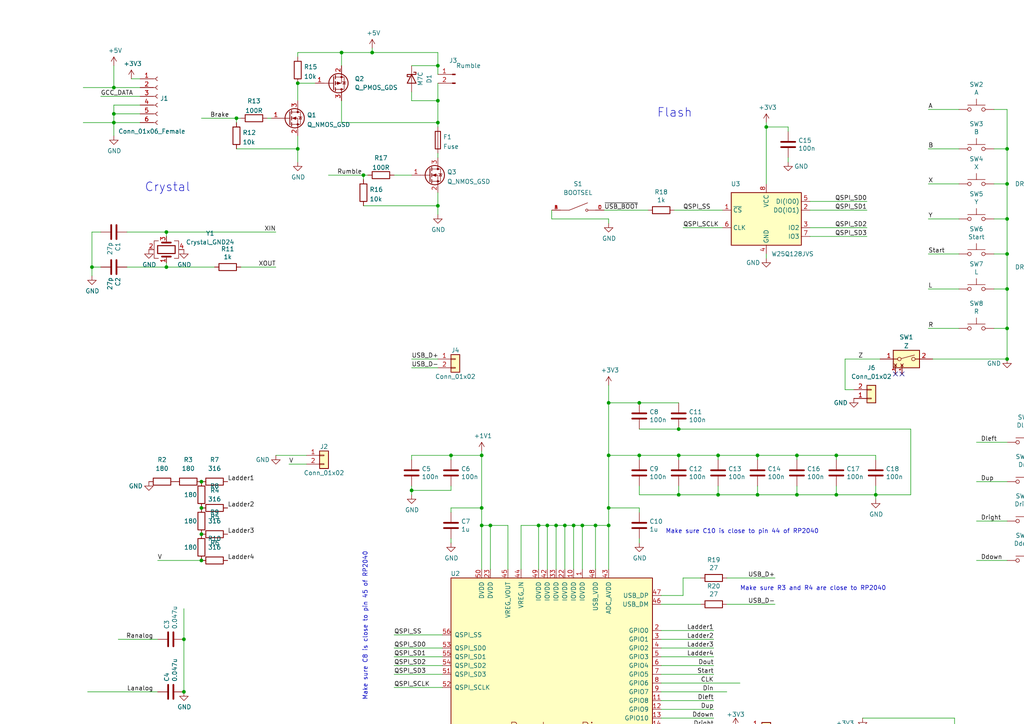
<source format=kicad_sch>
(kicad_sch (version 20231120) (generator "eeschema") (generator_version "8.0")
  (paper "A4")
  (junction (at 58.42 162.56))
  (junction (at 58.42 139.7))
  (junction (at 327.66 36.83))
  (junction (at 292.1 83.82))
  (junction (at 325.12 31.75))
  (junction (at 306.07 162.56))
  (junction (at 242.57 132.08))
  (junction (at 99.06 15.24))
  (junction (at 58.42 154.94))
  (junction (at 350.52 104.14))
  (junction (at 166.37 152.4))
  (junction (at 68.58 34.29))
  (junction (at 163.83 152.4))
  (junction (at 342.9 147.32))
  (junction (at 196.85 132.08))
  (junction (at 33.02 25.4))
  (junction (at 331.47 133.35))
  (junction (at 105.41 50.8))
  (junction (at 48.26 67.31))
  (junction (at 127 35.56))
  (junction (at 172.72 152.4))
  (junction (at 26.67 77.47))
  (junction (at 302.26 314.96))
  (junction (at 33.02 33.02))
  (junction (at 139.7 152.4))
  (junction (at 292.1 53.34))
  (junction (at 208.28 132.08))
  (junction (at 208.28 143.51))
  (junction (at 139.7 132.08))
  (junction (at 231.14 132.08))
  (junction (at 323.85 39.37))
  (junction (at 130.81 132.08))
  (junction (at 58.42 147.32))
  (junction (at 350.52 90.17))
  (junction (at 384.81 106.68))
  (junction (at 306.07 151.13))
  (junction (at 185.42 132.08))
  (junction (at 158.75 152.4))
  (junction (at 318.77 314.96))
  (junction (at 176.53 132.08))
  (junction (at 382.27 119.38))
  (junction (at 53.34 185.42))
  (junction (at 176.53 116.84))
  (junction (at 231.14 143.51))
  (junction (at 242.57 143.51))
  (junction (at 196.85 124.46))
  (junction (at 377.19 142.24))
  (junction (at 317.5 41.91))
  (junction (at 326.39 26.67))
  (junction (at 219.71 143.51))
  (junction (at 350.52 100.33))
  (junction (at 86.36 24.13))
  (junction (at 48.26 77.47))
  (junction (at 292.1 95.25))
  (junction (at 86.36 43.18))
  (junction (at 127 19.05))
  (junction (at 306.07 139.7))
  (junction (at 354.33 314.96))
  (junction (at 339.09 104.14))
  (junction (at 306.07 314.96))
  (junction (at 53.34 200.66))
  (junction (at 375.92 121.92))
  (junction (at 318.77 62.23))
  (junction (at 383.54 111.76))
  (junction (at 68.58 264.16))
  (junction (at 127 59.69))
  (junction (at 292.1 63.5))
  (junction (at 292.1 73.66))
  (junction (at 342.9 139.7))
  (junction (at 339.09 90.17))
  (junction (at 270.51 342.9))
  (junction (at 342.9 133.35))
  (junction (at 161.29 152.4))
  (junction (at 331.47 147.32))
  (junction (at 292.1 104.14))
  (junction (at 292.1 43.18))
  (junction (at 185.42 116.84))
  (junction (at 219.71 132.08))
  (junction (at 156.21 152.4))
  (junction (at 107.95 15.24))
  (junction (at 386.08 116.84))
  (junction (at 168.91 152.4))
  (junction (at 254 143.51))
  (junction (at 196.85 143.51))
  (junction (at 176.53 147.32))
  (junction (at 68.58 267.97))
  (junction (at 33.02 35.56))
  (junction (at 176.53 152.4))
  (junction (at 222.25 36.83))
  (junction (at 142.24 152.4))
  (junction (at 127 29.21))
  (junction (at 139.7 147.32))
  (junction (at 119.38 142.24))
  (no_connect (at 261.62 108.458))
  (no_connect (at 259.715 108.458))
  (wire (pts (xy 245.11 104.14) (xy 255.27 104.14)))
  (wire (pts (xy 231.14 132.08) (xy 242.57 132.08)))
  (wire (pts (xy 130.81 133.35) (xy 130.81 132.08)))
  (wire (pts (xy 306.07 128.27) (xy 306.07 139.7)))
  (wire (pts (xy 288.29 73.66) (xy 292.1 73.66)))
  (wire (pts (xy 127 24.13) (xy 127 29.21)))
  (wire (pts (xy 339.09 104.14) (xy 342.9 104.14)))
  (wire (pts (xy 191.77 223.52) (xy 212.09 223.52)))
  (wire (pts (xy 325.12 31.75) (xy 328.93 31.75)))
  (wire (pts (xy 276.86 222.25) (xy 276.86 223.52)))
  (wire (pts (xy 302.26 308.61) (xy 302.26 314.96)))
  (wire (pts (xy 342.9 139.7) (xy 350.52 139.7)))
  (wire (pts (xy 292.1 151.13) (xy 283.21 151.13)))
  (wire (pts (xy 401.32 80.01) (xy 405.13 80.01)))
  (wire (pts (xy 142.24 152.4) (xy 139.7 152.4)))
  (wire (pts (xy 354.33 313.69) (xy 354.33 314.96)))
  (wire (pts (xy 128.27 199.39) (xy 114.3 199.39)))
  (wire (pts (xy 191.77 254) (xy 207.01 254)))
  (wire (pts (xy 83.82 134.62) (xy 88.9 134.62)))
  (wire (pts (xy 127 15.24) (xy 107.95 15.24)))
  (wire (pts (xy 191.77 243.84) (xy 210.82 243.84)))
  (wire (pts (xy 321.31 104.14) (xy 339.09 104.14)))
  (wire (pts (xy 68.58 264.16) (xy 68.58 267.97)))
  (wire (pts (xy 139.7 147.32) (xy 139.7 152.4)))
  (wire (pts (xy 222.25 73.66) (xy 222.25 74.93)))
  (wire (pts (xy 401.32 72.39) (xy 407.67 72.39)))
  (wire (pts (xy 45.72 162.56) (xy 58.42 162.56)))
  (wire (pts (xy 68.58 34.29) (xy 69.85 34.29)))
  (wire (pts (xy 383.54 111.76) (xy 387.35 111.76)))
  (wire (pts (xy 279.4 256.54) (xy 279.4 262.89)))
  (wire (pts (xy 401.32 77.47) (xy 406.4 77.47)))
  (wire (pts (xy 107.95 13.97) (xy 107.95 15.24)))
  (wire (pts (xy 292.1 63.5) (xy 292.1 53.34)))
  (wire (pts (xy 198.12 167.64) (xy 198.12 172.72)))
  (wire (pts (xy 40.64 25.4) (xy 33.02 25.4)))
  (wire (pts (xy 281.94 314.96) (xy 302.26 314.96)))
  (wire (pts (xy 273.05 224.79) (xy 273.05 228.6)))
  (wire (pts (xy 252.73 237.49) (xy 279.4 237.49)))
  (wire (pts (xy 276.86 214.63) (xy 276.86 208.28)))
  (wire (pts (xy 33.02 267.97) (xy 33.02 259.08)))
  (wire (pts (xy 375.92 62.23) (xy 383.54 62.23)))
  (wire (pts (xy 327.66 29.21) (xy 327.66 36.83)))
  (wire (pts (xy 191.77 203.2) (xy 207.01 203.2)))
  (wire (pts (xy 191.77 256.54) (xy 214.63 256.54)))
  (wire (pts (xy 302.26 139.7) (xy 306.07 139.7)))
  (wire (pts (xy 222.25 35.56) (xy 222.25 36.83)))
  (wire (pts (xy 350.52 119.38) (xy 350.52 104.14)))
  (wire (pts (xy 191.77 182.88) (xy 207.01 182.88)))
  (wire (pts (xy 208.28 140.97) (xy 208.28 143.51)))
  (wire (pts (xy 128.27 223.52) (xy 114.3 223.52)))
  (wire (pts (xy 161.29 165.1) (xy 161.29 152.4)))
  (wire (pts (xy 147.32 152.4) (xy 142.24 152.4)))
  (wire (pts (xy 191.77 172.72) (xy 198.12 172.72)))
  (wire (pts (xy 336.55 322.58) (xy 336.55 323.85)))
  (wire (pts (xy 318.77 311.15) (xy 318.77 314.96)))
  (wire (pts (xy 191.77 259.08) (xy 207.01 259.08)))
  (wire (pts (xy 33.02 35.56) (xy 33.02 39.37)))
  (wire (pts (xy 219.71 140.97) (xy 219.71 143.51)))
  (wire (pts (xy 119.38 142.24) (xy 119.38 143.51)))
  (wire (pts (xy 382.27 119.38) (xy 387.35 119.38)))
  (wire (pts (xy 304.8 320.04) (xy 300.99 320.04)))
  (wire (pts (xy 245.11 213.36) (xy 275.59 213.36)))
  (wire (pts (xy 323.85 39.37) (xy 328.93 39.37)))
  (wire (pts (xy 377.19 27.94) (xy 383.54 27.94)))
  (wire (pts (xy 185.42 156.21) (xy 185.42 157.48)))
  (wire (pts (xy 68.58 267.97) (xy 68.58 271.78)))
  (wire (pts (xy 405.13 45.72) (xy 401.32 45.72)))
  (wire (pts (xy 191.77 200.66) (xy 210.82 200.66)))
  (wire (pts (xy 254 143.51) (xy 254 144.78)))
  (wire (pts (xy 278.13 53.34) (xy 269.24 53.34)))
  (wire (pts (xy 166.37 152.4) (xy 168.91 152.4)))
  (wire (pts (xy 29.21 27.94) (xy 40.64 27.94)))
  (wire (pts (xy 191.77 251.46) (xy 207.01 251.46)))
  (wire (pts (xy 147.32 165.1) (xy 147.32 152.4)))
  (wire (pts (xy 302.26 128.27) (xy 306.07 128.27)))
  (wire (pts (xy 139.7 132.08) (xy 139.7 147.32)))
  (wire (pts (xy 377.19 116.84) (xy 377.19 142.24)))
  (wire (pts (xy 401.32 69.85) (xy 401.32 59.69)))
  (wire (pts (xy 383.54 90.17) (xy 391.16 90.17)))
  (wire (pts (xy 86.36 24.13) (xy 91.44 24.13)))
  (wire (pts (xy 185.42 116.84) (xy 196.85 116.84)))
  (wire (pts (xy 314.96 133.35) (xy 331.47 133.35)))
  (wire (pts (xy 33.02 25.4) (xy 33.02 19.05)))
  (wire (pts (xy 40.64 33.02) (xy 33.02 33.02)))
  (wire (pts (xy 281.94 284.48) (xy 265.43 284.48)))
  (wire (pts (xy 196.85 143.51) (xy 185.42 143.51)))
  (wire (pts (xy 191.77 241.3) (xy 207.01 241.3)))
  (wire (pts (xy 242.57 143.51) (xy 254 143.51)))
  (wire (pts (xy 276.86 227.33) (xy 276.86 233.68)))
  (wire (pts (xy 242.57 140.97) (xy 242.57 143.51)))
  (wire (pts (xy 292.1 53.34) (xy 292.1 43.18)))
  (wire (pts (xy 219.71 133.35) (xy 219.71 132.08)))
  (wire (pts (xy 318.77 314.96) (xy 328.93 314.96)))
  (wire (pts (xy 176.53 152.4) (xy 176.53 165.1)))
  (wire (pts (xy 276.86 314.96) (xy 276.86 309.88)))
  (wire (pts (xy 365.76 93.98) (xy 365.76 92.71)))
  (wire (pts (xy 48.26 68.58) (xy 48.26 67.31)))
  (wire (pts (xy 86.36 15.24) (xy 86.36 16.51)))
  (wire (pts (xy 191.77 205.74) (xy 207.01 205.74)))
  (wire (pts (xy 318.77 316.23) (xy 318.77 314.96)))
  (wire (pts (xy 53.34 185.42) (xy 53.34 176.53)))
  (wire (pts (xy 210.82 175.26) (xy 224.79 175.26)))
  (wire (pts (xy 327.66 41.91) (xy 325.12 41.91)))
  (wire (pts (xy 210.82 167.64) (xy 224.79 167.64)))
  (wire (pts (xy 86.36 24.13) (xy 86.36 29.21)))
  (wire (pts (xy 377.19 166.37) (xy 377.19 142.24)))
  (wire (pts (xy 406.4 43.18) (xy 401.32 43.18)))
  (wire (pts (xy 185.42 148.59) (xy 185.42 147.32)))
  (wire (pts (xy 384.81 106.68) (xy 375.92 106.68)))
  (wire (pts (xy 119.38 19.05) (xy 127 19.05)))
  (wire (pts (xy 191.77 195.58) (xy 207.01 195.58)))
  (wire (pts (xy 191.77 175.26) (xy 203.2 175.26)))
  (wire (pts (xy 306.07 162.56) (xy 306.07 167.64)))
  (wire (pts (xy 252.73 233.68) (xy 276.86 233.68)))
  (wire (pts (xy 172.72 152.4) (xy 176.53 152.4)))
  (wire (pts (xy 342.9 133.35) (xy 342.9 124.46)))
  (wire (pts (xy 306.07 151.13) (xy 306.07 162.56)))
  (wire (pts (xy 255.27 247.65) (xy 276.86 247.65)))
  (wire (pts (xy 326.39 34.29) (xy 328.93 34.29)))
  (wire (pts (xy 119.38 140.97) (xy 119.38 142.24)))
  (wire (pts (xy 318.77 86.36) (xy 318.77 62.23)))
  (wire (pts (xy 278.13 95.25) (xy 269.24 95.25)))
  (wire (pts (xy 217.17 210.82) (xy 213.36 210.82)))
  (wire (pts (xy 278.13 43.18) (xy 269.24 43.18)))
  (wire (pts (xy 68.58 34.29) (xy 68.58 35.56)))
  (wire (pts (xy 139.7 152.4) (xy 139.7 165.1)))
  (wire (pts (xy 327.66 52.07) (xy 327.66 41.91)))
  (wire (pts (xy 247.65 113.03) (xy 245.11 113.03)))
  (wire (pts (xy 127 29.21) (xy 119.38 29.21)))
  (wire (pts (xy 176.53 116.84) (xy 176.53 132.08)))
  (wire (pts (xy 168.91 152.4) (xy 168.91 165.1)))
  (wire (pts (xy 185.42 140.97) (xy 185.42 143.51)))
  (wire (pts (xy 160.02 266.7) (xy 160.02 269.24)))
  (wire (pts (xy 364.49 35.56) (xy 370.84 35.56)))
  (wire (pts (xy 114.3 190.5) (xy 128.27 190.5)))
  (wire (pts (xy 114.3 50.8) (xy 119.38 50.8)))
  (wire (pts (xy 316.23 31.75) (xy 325.12 31.75)))
  (wire (pts (xy 306.07 139.7) (xy 306.07 151.13)))
  (wire (pts (xy 127 35.56) (xy 99.06 35.56)))
  (wire (pts (xy 185.42 133.35) (xy 185.42 132.08)))
  (wire (pts (xy 328.93 26.67) (xy 326.39 26.67)))
  (wire (pts (xy 99.06 29.21) (xy 99.06 35.56)))
  (wire (pts (xy 127 59.69) (xy 127 62.23)))
  (wire (pts (xy 269.24 332.74) (xy 265.43 332.74)))
  (wire (pts (xy 191.77 193.04) (xy 207.01 193.04)))
  (wire (pts (xy 191.77 233.68) (xy 212.09 233.68)))
  (wire (pts (xy 176.53 132.08) (xy 176.53 147.32)))
  (wire (pts (xy 191.77 246.38) (xy 207.01 246.38)))
  (wire (pts (xy 191.77 231.14) (xy 212.09 231.14)))
  (wire (pts (xy 354.33 323.85) (xy 354.33 325.12)))
  (wire (pts (xy 255.27 262.89) (xy 279.4 262.89)))
  (wire (pts (xy 386.08 109.22) (xy 386.08 116.84)))
  (wire (pts (xy 208.28 133.35) (xy 208.28 132.08)))
  (wire (pts (xy 292.1 73.66) (xy 292.1 63.5)))
  (wire (pts (xy 231.14 140.97) (xy 231.14 143.51)))
  (wire (pts (xy 208.28 143.51) (xy 196.85 143.51)))
  (wire (pts (xy 119.38 142.24) (xy 130.81 142.24)))
  (wire (pts (xy 386.08 132.08) (xy 386.08 121.92)))
  (wire (pts (xy 264.16 124.46) (xy 264.16 143.51)))
  (wire (pts (xy 191.77 238.76) (xy 212.09 238.76)))
  (wire (pts (xy 80.01 132.08) (xy 88.9 132.08)))
  (wire (pts (xy 292.1 83.82) (xy 292.1 73.66)))
  (wire (pts (xy 316.23 39.37) (xy 323.85 39.37)))
  (wire (pts (xy 252.73 218.44) (xy 276.86 218.44)))
  (wire (pts (xy 234.95 68.58) (xy 251.46 68.58)))
  (wire (pts (xy 83.82 250.19) (xy 83.82 251.46)))
  (wire (pts (xy 172.72 165.1) (xy 172.72 152.4)))
  (wire (pts (xy 30.48 233.68) (xy 30.48 236.22)))
  (wire (pts (xy 386.08 116.84) (xy 377.19 116.84)))
  (wire (pts (xy 292.1 95.25) (xy 292.1 83.82)))
  (wire (pts (xy 77.47 34.29) (xy 78.74 34.29)))
  (wire (pts (xy 383.54 121.92) (xy 383.54 111.76)))
  (wire (pts (xy 384.81 114.3) (xy 387.35 114.3)))
  (wire (pts (xy 208.28 132.08) (xy 219.71 132.08)))
  (wire (pts (xy 317.5 86.36) (xy 318.77 86.36)))
  (wire (pts (xy 158.75 152.4) (xy 161.29 152.4)))
  (wire (pts (xy 147.32 266.7) (xy 147.32 269.24)))
  (wire (pts (xy 278.13 83.82) (xy 269.24 83.82)))
  (wire (pts (xy 130.81 142.24) (xy 130.81 140.97)))
  (wire (pts (xy 45.72 185.42) (xy 34.29 185.42)))
  (wire (pts (xy 265.43 340.36) (xy 270.51 340.36)))
  (wire (pts (xy 187.96 60.96) (xy 175.26 60.96)))
  (wire (pts (xy 387.35 109.22) (xy 386.08 109.22)))
  (wire (pts (xy 383.54 87.63) (xy 383.54 90.17)))
  (wire (pts (xy 191.77 208.28) (xy 207.01 208.28)))
  (wire (pts (xy 176.53 111.76) (xy 176.53 116.84)))
  (wire (pts (xy 306.07 314.96) (xy 318.77 314.96)))
  (wire (pts (xy 346.71 314.96) (xy 344.17 314.96)))
  (wire (pts (xy 276.86 219.71) (xy 276.86 218.44)))
  (wire (pts (xy 276.86 224.79) (xy 273.05 224.79)))
  (wire (pts (xy 119.38 106.68) (xy 127 106.68)))
  (wire (pts (xy 222.25 36.83) (xy 222.25 53.34)))
  (wire (pts (xy 318.77 323.85) (xy 318.77 325.12)))
  (wire (pts (xy 250.19 208.28) (xy 276.86 208.28)))
  (wire (pts (xy 339.09 118.11) (xy 339.09 111.76)))
  (wire (pts (xy 119.38 133.35) (xy 119.38 132.08)))
  (wire (pts (xy 255.27 252.73) (xy 276.86 252.73)))
  (wire (pts (xy 279.4 246.38) (xy 278.13 246.38)))
  (wire (pts (xy 326.39 26.67) (xy 317.5 26.67)))
  (wire (pts (xy 327.66 53.34) (xy 323.85 53.34)))
  (wire (pts (xy 139.7 130.81) (xy 139.7 132.08)))
  (wire (pts (xy 374.65 119.38) (xy 382.27 119.38)))
  (wire (pts (xy 339.09 90.17) (xy 342.9 90.17)))
  (wire (pts (xy 191.77 218.44) (xy 217.17 218.44)))
  (wire (pts (xy 191.77 213.36) (xy 217.17 213.36)))
  (wire (pts (xy 231.14 133.35) (xy 231.14 132.08)))
  (wire (pts (xy 86.36 39.37) (xy 86.36 43.18)))
  (wire (pts (xy 191.77 198.12) (xy 214.63 198.12)))
  (wire (pts (xy 375.92 166.37) (xy 377.19 166.37)))
  (wire (pts (xy 386.08 133.35) (xy 382.27 133.35)))
  (wire (pts (xy 326.39 26.67) (xy 326.39 34.29)))
  (wire (pts (xy 313.69 41.91) (xy 317.5 41.91)))
  (wire (pts (xy 166.37 165.1) (xy 166.37 152.4)))
  (wire (pts (xy 254 133.35) (xy 254 132.08)))
  (wire (pts (xy 33.02 33.02) (xy 33.02 35.56)))
  (wire (pts (xy 374.65 111.76) (xy 383.54 111.76)))
  (wire (pts (xy 387.35 106.68) (xy 384.81 106.68)))
  (wire (pts (xy 245.11 113.03) (xy 245.11 104.14)))
  (wire (pts (xy 364.49 45.72) (xy 370.84 45.72)))
  (wire (pts (xy 176.53 132.08) (xy 185.42 132.08)))
  (wire (pts (xy 99.06 19.05) (xy 99.06 15.24)))
  (wire (pts (xy 196.85 132.08) (xy 208.28 132.08)))
  (wire (pts (xy 195.58 60.96) (xy 209.55 60.96)))
  (wire (pts (xy 40.64 30.48) (xy 33.02 30.48)))
  (wire (pts (xy 33.02 267.97) (xy 68.58 267.97)))
  (wire (pts (xy 350.52 100.33) (xy 350.52 90.17)))
  (wire (pts (xy 99.06 15.24) (xy 86.36 15.24)))
  (wire (pts (xy 114.3 195.58) (xy 128.27 195.58)))
  (wire (pts (xy 128.27 250.19) (xy 114.3 250.19)))
  (wire (pts (xy 127 21.59) (xy 127 19.05)))
  (wire (pts (xy 314.96 147.32) (xy 331.47 147.32)))
  (wire (pts (xy 254 140.97) (xy 254 143.51)))
  (wire (pts (xy 302.26 151.13) (xy 306.07 151.13)))
  (wire (pts (xy 156.21 165.1) (xy 156.21 152.4)))
  (wire (pts (xy 48.26 67.31) (xy 80.01 67.31)))
  (wire (pts (xy 339.09 102.87) (xy 339.09 97.79)))
  (wire (pts (xy 276.86 248.92) (xy 276.86 247.65)))
  (wire (pts (xy 127 19.05) (xy 127 15.24)))
  (wire (pts (xy 105.41 50.8) (xy 106.68 50.8)))
  (wire (pts (xy 191.77 228.6) (xy 212.09 228.6)))
  (wire (pts (xy 278.13 246.38) (xy 278.13 242.57)))
  (wire (pts (xy 231.14 143.51) (xy 219.71 143.51)))
  (wire (pts (xy 163.83 165.1) (xy 163.83 152.4)))
  (wire (pts (xy 350.52 100.33) (xy 350.52 104.14)))
  (wire (pts (xy 40.64 35.56) (xy 33.02 35.56)))
  (wire (pts (xy 288.29 83.82) (xy 292.1 83.82)))
  (wire (pts (xy 288.29 95.25) (xy 292.1 95.25)))
  (wire (pts (xy 234.95 58.42) (xy 251.46 58.42)))
  (wire (pts (xy 276.86 251.46) (xy 276.86 252.73)))
  (wire (pts (xy 317.5 66.04) (xy 313.69 66.04)))
  (wire (pts (xy 114.3 218.44) (xy 128.27 218.44)))
  (wire (pts (xy 130.81 148.59) (xy 130.81 147.32)))
  (wire (pts (xy 163.83 152.4) (xy 166.37 152.4)))
  (wire (pts (xy 191.77 190.5) (xy 207.01 190.5)))
  (wire (pts (xy 279.4 254) (xy 276.86 254)))
  (wire (pts (xy 26.67 67.31) (xy 26.67 77.47)))
  (wire (pts (xy 269.24 314.96) (xy 265.43 314.96)))
  (wire (pts (xy 191.77 215.9) (xy 217.17 215.9)))
  (wire (pts (xy 288.29 53.34) (xy 292.1 53.34)))
  (wire (pts (xy 33.02 30.48) (xy 33.02 33.02)))
  (wire (pts (xy 318.77 36.83) (xy 318.77 62.23)))
  (wire (pts (xy 246.38 242.57) (xy 278.13 242.57)))
  (wire (pts (xy 306.07 313.69) (xy 306.07 314.96)))
  (wire (pts (xy 196.85 124.46) (xy 264.16 124.46)))
  (wire (pts (xy 130.81 156.21) (xy 130.81 157.48)))
  (wire (pts (xy 386.08 121.92) (xy 383.54 121.92)))
  (wire (pts (xy 386.08 156.21) (xy 386.08 133.35)))
  (wire (pts (xy 99.06 15.24) (xy 107.95 15.24)))
  (wire (pts (xy 176.53 147.32) (xy 185.42 147.32)))
  (wire (pts (xy 142.24 165.1) (xy 142.24 152.4)))
  (wire (pts (xy 292.1 95.25) (xy 292.1 104.14)))
  (wire (pts (xy 242.57 143.51) (xy 231.14 143.51)))
  (wire (pts (xy 185.42 116.84) (xy 176.53 116.84)))
  (wire (pts (xy 127 44.45) (xy 127 45.72)))
  (wire (pts (xy 309.88 302.26) (xy 309.88 311.15)))
  (wire (pts (xy 242.57 133.35) (xy 242.57 132.08)))
  (wire (pts (xy 160.02 60.96) (xy 160.02 63.5)))
  (wire (pts (xy 276.86 254) (xy 276.86 257.81)))
  (wire (pts (xy 24.13 236.22) (xy 24.13 237.49)))
  (wire (pts (xy 342.9 162.56) (xy 342.9 147.32)))
  (wire (pts (xy 375.92 106.68) (xy 375.92 121.92)))
  (wire (pts (xy 191.77 220.98) (xy 217.17 220.98)))
  (wire (pts (xy 278.13 73.66) (xy 269.24 73.66)))
  (wire (pts (xy 281.94 314.96) (xy 281.94 284.48)))
  (wire (pts (xy 68.58 43.18) (xy 86.36 43.18)))
  (wire (pts (xy 368.554 240.157) (xy 377.444 240.157)))
  (wire (pts (xy 151.13 165.1) (xy 151.13 152.4)))
  (wire (pts (xy 185.42 124.46) (xy 196.85 124.46)))
  (wire (pts (xy 24.13 35.56) (xy 33.02 35.56)))
  (wire (pts (xy 105.41 50.8) (xy 105.41 52.07)))
  (wire (pts (xy 384.81 106.68) (xy 384.81 114.3)))
  (wire (pts (xy 270.51 345.44) (xy 270.51 342.9)))
  (wire (pts (xy 302.26 162.56) (xy 306.07 162.56)))
  (wire (pts (xy 228.6 45.72) (xy 228.6 46.99)))
  (wire (pts (xy 219.71 143.51) (xy 208.28 143.51)))
  (wire (pts (xy 48.26 76.2) (xy 48.26 77.47)))
  (wire (pts (xy 196.85 140.97) (xy 196.85 143.51)))
  (wire (pts (xy 265.43 345.44) (xy 270.51 345.44)))
  (wire (pts (xy 331.47 133.35) (xy 335.28 133.35)))
  (wire (pts (xy 176.53 63.5) (xy 176.53 64.77)))
  (wire (pts (xy 83.82 243.84) (xy 83.82 245.11)))
  (wire (pts (xy 69.85 77.47) (xy 80.01 77.47)))
  (wire (pts (xy 317.5 26.67) (xy 317.5 41.91)))
  (wire (pts (xy 350.52 90.17) (xy 350.52 81.28)))
  (wire (pts (xy 242.57 132.08) (xy 254 132.08)))
  (wire (pts (xy 191.77 187.96) (xy 207.01 187.96)))
  (wire (pts (xy 292.1 139.7) (xy 283.21 139.7)))
  (wire (pts (xy 288.29 43.18) (xy 292.1 43.18)))
  (wire (pts (xy 402.59 25.4) (xy 402.59 35.56)))
  (wire (pts (xy 270.51 104.14) (xy 292.1 104.14)))
  (wire (pts (xy 386.08 116.84) (xy 387.35 116.84)))
  (wire (pts (xy 327.66 36.83) (xy 318.77 36.83)))
  (wire (pts (xy 327.66 36.83) (xy 328.93 36.83)))
  (wire (pts (xy 302.26 314.96) (xy 306.07 314.96)))
  (wire (pts (xy 354.33 314.96) (xy 354.33 316.23)))
  (wire (pts (xy 318.77 62.23) (xy 317.5 62.23)))
  (wire (pts (xy 382.27 133.35) (xy 382.27 119.38)))
  (wire (pts (xy 325.12 41.91) (xy 325.12 31.75)))
  (wire (pts (xy 161.29 152.4) (xy 163.83 152.4)))
  (wire (pts (xy 321.31 104.14) (xy 321.31 107.95)))
  (wire (pts (xy 29.21 77.47) (xy 26.67 77.47)))
  (wire (pts (xy 24.13 242.57) (xy 24.13 243.84)))
  (wire (pts (xy 313.69 66.04) (xy 313.69 41.91)))
  (wire (pts (xy 196.85 133.35) (xy 196.85 132.08)))
  (wire (pts (xy 191.77 210.82) (xy 207.01 210.82)))
  (wire (pts (xy 119.38 132.08) (xy 130.81 132.08)))
  (wire (pts (xy 288.29 31.75) (xy 292.1 31.75)))
  (wire (pts (xy 309.88 311.15) (xy 318.77 311.15)))
  (wire (pts (xy 228.6 36.83) (xy 222.25 36.83)))
  (wire (pts (xy 36.83 67.31) (xy 48.26 67.31)))
  (wire (pts (xy 95.25 50.8) (xy 105.41 50.8)))
  (wire (pts (xy 327.66 76.2) (xy 327.66 53.34)))
  (wire (pts (xy 331.47 146.05) (xy 331.47 140.97)))
  (wire (pts (xy 114.3 187.96) (xy 128.27 187.96)))
  (wire (pts (xy 264.16 143.51) (xy 254 143.51)))
  (wire (pts (xy 276.86 332.74) (xy 276.86 327.66)))
  (wire (pts (xy 342.9 133.35) (xy 342.9 139.7)))
  (wire (pts (xy 365.76 80.01) (xy 370.84 80.01)))
  (wire (pts (xy 377.19 142.24) (xy 375.92 142.24)))
  (wire (pts (xy 158.75 165.1) (xy 158.75 152.4)))
  (wire (pts (xy 300.99 322.58) (xy 304.8 322.58)))
  (wire (pts (xy 252.73 228.6) (xy 273.05 228.6)))
  (wire (pts (xy 151.13 152.4) (xy 156.21 152.4)))
  (wire (pts (xy 127 29.21) (xy 127 35.56)))
  (wire (pts (xy 252.73 223.52) (xy 276.86 223.52)))
  (wire (pts (xy 191.77 226.06) (xy 212.09 226.06)))
  (wire (pts (xy 119.38 29.21) (xy 119.38 26.67)))
  (wire (pts (xy 292.1 128.27) (xy 283.21 128.27)))
  (wire (pts (xy 29.21 67.31) (xy 26.67 67.31)))
  (wire (pts (xy 48.26 77.47) (xy 62.23 77.47)))
  (wire (pts (xy 314.96 133.35) (xy 314.96 137.16)))
  (wire (pts (xy 234.95 66.04) (xy 251.46 66.04)))
  (wire (pts (xy 58.42 34.29) (xy 68.58 34.29)))
  (wire (pts (xy 219.71 132.08) (xy 231.14 132.08)))
  (wire (pts (xy 292.1 31.75) (xy 292.1 43.18)))
  (wire (pts (xy 331.47 161.29) (xy 331.47 154.94)))
  (wire (pts (xy 160.02 63.5) (xy 176.53 63.5)))
  (wire (pts (xy 36.83 77.47) (xy 48.26 77.47)))
  (wire (pts (xy 234.95 60.96) (xy 251.46 60.96)))
  (wire (pts (xy 278.13 31.75) (xy 269.24 31.75)))
  (wire (pts (xy 288.29 63.5) (xy 292.1 63.5)))
  (wire (pts (xy 168.91 152.4) (xy 172.72 152.4)))
  (wire (pts (xy 370.84 69.85) (xy 365.76 69.85)))
  (wire (pts (xy 127 55.88) (xy 127 59.69)))
  (wire (pts (xy 128.27 247.65) (xy 114.3 247.65)))
  (wire (pts (xy 278.13 63.5) (xy 269.24 63.5)))
  (wire (pts (xy 38.1 22.86) (xy 40.64 22.86)))
  (wire (pts (xy 321.31 90.17) (xy 339.09 90.17)))
  (wire (pts (xy 279.4 243.84) (xy 279.4 237.49)))
  (wire (pts (xy 292.1 162.56) (xy 283.21 162.56)))
  (wire (pts (xy 321.31 90.17) (xy 321.31 93.98)))
  (wire (pts (xy 275.59 217.17) (xy 275.59 213.36)))
  (wire (pts (xy 228.6 38.1) (xy 228.6 36.83)))
  (wire (pts (xy 198.12 66.04) (xy 209.55 66.04)))
  (wire (pts (xy 128.27 236.22) (xy 114.3 236.22)))
  (wire (pts (xy 279.4 248.92) (xy 276.86 248.92)))
  (wire (pts (xy 191.77 185.42) (xy 207.01 185.42)))
  (wire (pts (xy 24.13 25.4) (xy 33.02 25.4)))
  (wire (pts (xy 127 35.56) (xy 127 36.83)))
  (wire (pts (xy 276.86 217.17) (xy 275.59 217.17)))
  (wire (pts (xy 26.67 77.47) (xy 26.67 80.01)))
  (wire (pts (xy 279.4 251.46) (xy 276.86 251.46)))
  (wire (pts (xy 114.3 193.04) (xy 128.27 193.04)))
  (wire (pts (xy 119.38 104.14) (xy 127 104.14)))
  (wire (pts (xy 33.02 236.22) (xy 30.48 236.22)))
  (wire (pts (xy 198.12 167.64) (xy 203.2 167.64)))
  (wire (pts (xy 255.27 257.81) (xy 276.86 257.81)))
  (wire (pts (xy 375.92 146.05) (xy 372.11 146.05)))
  (wire (pts (xy 407.67 38.1) (xy 401.32 38.1)))
  (wire (pts (xy 105.41 59.69) (xy 127 59.69)))
  (wire (pts (xy 314.96 147.32) (xy 314.96 151.13)))
  (wire (pts (xy 372.11 146.05) (xy 372.11 121.92)))
  (wire (pts (xy 342.9 139.7) (xy 342.9 147.32)))
  (wire (pts (xy 368.554 222.377) (xy 377.444 222.377)))
  (wire (pts (xy 156.21 152.4) (xy 158.75 152.4)))
  (wire (pts (xy 68.58 259.08) (xy 68.58 264.16)))
  (wire (pts (xy 130.81 132.08) (xy 139.7 132.08)))
  (wire (pts (xy 185.42 132.08) (xy 196.85 132.08)))
  (wire (pts (xy 33.02 243.84) (xy 24.13 243.84)))
  (wire (pts (xy 176.53 147.32) (xy 176.53 152.4)))
  (wire (pts (xy 365.76 106.68) (xy 365.76 101.6)))
  (wire (pts (xy 68.58 251.46) (xy 83.82 251.46)))
  (wire (pts (xy 25.4 200.66) (xy 45.72 200.66)))
  (wire (pts (xy 328.93 29.21) (xy 327.66 29.21)))
  (wire (pts (xy 323.85 53.34) (xy 323.85 39.37)))
  (wire (pts (xy 130.81 147.32) (xy 139.7 147.32)))
  (wire (pts (xy 191.77 236.22) (xy 212.09 236.22)))
  (wire (pts (xy 331.47 147.32) (xy 335.28 147.32)))
  (wire (pts (xy 86.36 43.18) (xy 86.36 46.99)))
  (wire (pts (xy 372.11 121.92) (xy 375.92 121.92)))
  (wire (pts (xy 270.51 340.36) (xy 270.51 342.9)))
  (wire (pts (xy 217.17 223.52) (xy 215.9 223.52)))
  (wire (pts (xy 401.32 35.56) (xy 402.59 35.56)))
  (wire (pts (xy 128.27 184.15) (xy 114.3 184.15)))
  (wire (pts (xy 53.34 200.66) (xy 53.34 185.42)))
  (text "CStick X" (at 356.87 69.85 0) (effects (font (size 1.27 1.27)) (justify left bottom)))
  (text "CStick Y\n" (at 356.87 80.01 0) (effects (font (size 1.27 1.27)) (justify left bottom)))
  (text "Make sure C8 is close to pin 45 of RP2040" (at 106.68 203.2 90) (effects (font (size 1.27 1.27)) (justify left bottom)))
  (text "LStick X" (at 355.6 35.56 0) (effects (font (size 1.27 1.27)) (justify left bottom)))
  (text "Power" (at 314.96 303.53 0) (effects (font (size 2.54 2.54)) (justify left bottom)))
  (text "Make sure R3 and R4 are close to RP2040" (at 214.63 171.45 0) (effects (font (size 1.27 1.27)) (justify left bottom)))
  (text "Make sure C10 is close to pin 44 of RP2040" (at 193.04 154.94 0) (effects (font (size 1.27 1.27)) (justify left bottom)))
  (text "Crystal" (at 41.91 55.88 0) (effects (font (size 2.54 2.54)) (justify left bottom)))
  (text "Flash" (at 190.5 34.29 0) (effects (font (size 2.54 2.54)) (justify left bottom)))
  (text "LStick Y\n" (at 355.6 45.72 0) (effects (font (size 1.27 1.27)) (justify left bottom)))
  (label "H2YS" (at 374.65 119.38 0))
  (label "Stick_x_filt" (at 331.47 104.14 180))
  (label "GCC_DATA" (at 29.21 27.94 0))
  (label "Dleft" (at 207.01 203.2 180))
  (label "Y" (at 207.01 231.14 180))
  (label "C_y_filt" (at 365.76 80.01 0))
  (label "Ranalog" (at 369.824 240.157 0))
  (label "CS2" (at 252.73 218.44 0))
  (label "USB_D+" (at 119.38 104.14 0))
  (label "Brake" (at 207.01 259.08 180))
  (label "CS2_2" (at 401.32 59.69 0))
  (label "GCC_DATA" (at 207.01 256.54 180))
  (label "Din2" (at 405.13 80.01 0))
  (label "Ladder3" (at 66.04 154.94 0))
  (label "XIN" (at 114.3 218.44 0))
  (label "Ladder3" (at 207.01 187.96 180))
  (label "QSPI_SD3" (at 114.3 195.58 0))
  (label "USB_D+" (at 224.79 167.64 180))
  (label "H1YS" (at 316.23 39.37 0))
  (label "Ladder1" (at 66.04 139.7 0))
  (label "QSPI_SD3" (at 251.46 68.58 180))
  (label "XOUT" (at 114.3 223.52 0))
  (label "QSPI_SS" (at 198.12 60.96 0))
  (label "V" (at 83.82 134.62 0))
  (label "Dright" (at 284.48 151.13 0))
  (label "Ddown" (at 284.48 162.56 0))
  (label "QSPI_SD0" (at 251.46 58.42 180))
  (label "H1YS" (at 339.09 101.6 90))
  (label "QSPI_SCLK" (at 198.12 66.04 0))
  (label "Start" (at 269.24 73.66 0))
  (label "QSPI_SD1" (at 114.3 190.5 0))
  (label "Dout2" (at 406.4 77.47 0))
  (label "GND_C" (at 350.52 139.7 180))
  (label "Din2" (at 255.27 262.89 0))
  (label "CLK" (at 252.73 223.52 0))
  (label "Ranalog" (at 207.01 251.46 180))
  (label "Ddown" (at 207.01 208.28 180))
  (label "LeftZ" (at 207.01 213.36 180))
  (label "Din" (at 207.01 200.66 180))
  (label "XIN" (at 80.01 67.31 180))
  (label "QSPI_SS" (at 114.3 184.15 0))
  (label "H2YS" (at 331.47 144.78 90))
  (label "Dright" (at 207.01 210.82 180))
  (label "X" (at 269.24 53.34 0))
  (label "CLK" (at 407.67 38.1 0))
  (label "Stick_x_filt" (at 364.49 35.56 0))
  (label "XOUT" (at 80.01 77.47 180))
  (label "USB_D-" (at 224.79 175.26 180))
  (label "USB_D-" (at 119.38 106.68 0))
  (label "Stick_y_filt" (at 364.49 45.72 0))
  (label "Dup" (at 284.48 139.7 0))
  (label "Din" (at 252.73 233.68 0))
  (label "CS2" (at 207.01 241.3 180))
  (label "CLK" (at 207.01 198.12 180))
  (label "Start" (at 207.01 195.58 180))
  (label "RUN" (at 114.3 236.22 0))
  (label "Rumble" (at 207.01 246.38 180))
  (label "C_x_filt" (at 365.76 69.85 0))
  (label "GND_C" (at 391.16 90.17 180))
  (label "QSPI_SD1" (at 251.46 60.96 180))
  (label "A" (at 207.01 226.06 180))
  (label "Ranalog" (at 44.45 185.42 180))
  (label "CS1" (at 402.59 25.4 0))
  (label "Ladder1" (at 207.01 182.88 180))
  (label "H2XS" (at 374.65 111.76 0))
  (label "C_x_filt" (at 323.85 147.32 180))
  (label "Z" (at 205.74 233.68 0))
  (label "R" (at 269.24 95.25 0))
  (label "Lanalog" (at 44.45 200.66 180))
  (label "GPIO13" (at 207.01 215.9 180))
  (label "USB_D-" (at 304.8 322.58 0))
  (label "L" (at 269.24 83.82 0))
  (label "L" (at 205.74 238.76 0))
  (label "Ladder4" (at 66.04 162.56 0))
  (label "CLK2" (at 255.27 252.73 0))
  (label "SWCLK" (at 114.3 247.65 0))
  (label "H1XS" (at 339.09 116.84 90))
  (label "R" (at 207.01 236.22 180))
  (label "Dout" (at 252.73 228.6 0))
  (label "CLK2" (at 407.67 72.39 0))
  (label "GND_C" (at 252.73 237.49 0))
  (label "Ladder2" (at 207.01 185.42 180))
  (label "CS2_2" (at 255.27 247.65 0))
  (label "H2XS" (at 331.47 160.02 90))
  (label "QSPI_SD2" (at 114.3 193.04 0))
  (label "Lanalog" (at 369.824 222.377 0))
  (label "USB_D+" (at 304.8 320.04 0))
  (label "C_y_filt" (at 323.85 133.35 180))
  (label "X" (at 207.01 228.6 180))
  (label "B" (at 269.24 43.18 0))
  (label "GND_C" (at 365.76 106.68 180))
  (label "Rumble" (at 97.79 50.8 0))
  (label "SWD" (at 114.3 250.19 0))
  (label "H1XS" (at 316.23 31.75 0))
  (label "Din" (at 405.13 45.72 0))
  (label "Dout" (at 207.01 193.04 180))
  (label "Brake" (at 60.96 34.29 0))
  (label "Dup" (at 207.01 205.74 180))
  (label "Stick_y_filt" (at 331.47 90.17 180))
  (label "Z" (at 248.92 104.14 0))
  (label "+5V" (at 302.26 308.61 0))
  (label "Dout2" (at 255.27 257.81 0))
  (label "A" (at 269.24 31.75 0))
  (label "GND_C" (at 382.27 116.84 180))
  (label "QSPI_SD0" (at 114.3 187.96 0))
  (label "Dout" (at 406.4 43.18 0))
  (label "QSPI_SCLK" (at 114.3 199.39 0))
  (label "Dleft" (at 284.48 128.27 0))
  (label "CS1" (at 207.01 243.84 180))
  (label "Y" (at 269.24 63.5 0))
  (label "GPIO14" (at 207.01 218.44 180))
  (label "Lanalog" (at 207.01 254 180))
  (label "Ladder4" (at 207.01 190.5 180))
  (label "QSPI_SD2" (at 251.46 66.04 180))
  (label "Ladder2" (at 66.04 147.32 0))
  (label "GPIO15" (at 207.01 220.98 180))
  (label "B" (at 207.01 223.52 180))
  (label "V" (at 45.72 162.56 0))
  (label "~{USB_BOOT}" (at 175.26 60.96 0))
  (global_label "Data" (shape input) (at 265.43 325.12 0) (property "Intersheetrefs" "${INTERSHEET_REFS}" (effects (hide yes))))
  (global_label "3.3v" (shape input) (at 33.02 238.76 180) (property "Intersheetrefs" "${INTERSHEET_REFS}" (effects (hide yes))))
  (global_label "D+" (shape input) (at 265.43 299.72 0) (property "Intersheetrefs" "${INTERSHEET_REFS}" (effects (hide yes))))
  (global_label "D-" (shape input) (at 265.43 289.56 0) (property "Intersheetrefs" "${INTERSHEET_REFS}" (effects (hide yes))))
  (global_label "D+" (shape input) (at 265.43 292.1 0) (property "Intersheetrefs" "${INTERSHEET_REFS}" (effects (hide yes))))
  (global_label "3.3v" (shape input) (at 68.58 256.54 0) (property "Intersheetrefs" "${INTERSHEET_REFS}" (effects (hide yes))))
  (global_label "D+" (shape input) (at 33.02 246.38 180) (property "Intersheetrefs" "${INTERSHEET_REFS}" (effects (hide yes))))
  (global_label "3V3" (shape input) (at 265.43 312.42 0) (property "Intersheetrefs" "${INTERSHEET_REFS}" (effects (hide yes))))
  (global_label "D+" (shape input) (at 68.58 246.38 0) (property "Intersheetrefs" "${INTERSHEET_REFS}" (effects (hide yes))))
  (global_label "D-" (shape input) (at 265.43 297.18 0) (property "Intersheetrefs" "${INTERSHEET_REFS}" (effects (hide yes))))
  (global_label "3V3" (shape input) (at 265.43 330.2 0) (property "Intersheetrefs" "${INTERSHEET_REFS}" (effects (hide yes))))
  (global_label "GCC_Data" (shape input) (at 68.58 238.76 0) (property "Intersheetrefs" "${INTERSHEET_REFS}" (effects (hide yes))))
  (global_label "GCC_Data" (shape input) (at 33.02 256.54 180) (property "Intersheetrefs" "${INTERSHEET_REFS}" (effects (hide yes))))
  (global_label "D-" (shape input) (at 68.58 248.92 0) (property "Intersheetrefs" "${INTERSHEET_REFS}" (effects (hide yes))))
  (global_label "D-" (shape input) (at 33.02 248.92 180) (property "Intersheetrefs" "${INTERSHEET_REFS}" (effects (hide yes))))
  (symbol (lib_id "power:GND") (at 80.01 132.08 0) (unit 1)
    (property "Reference" "#PWR012" (effects (hide yes)))
    (property "Value" "GND" (at 76.2 133.35 0))
  )
  (symbol (lib_id "Device:R_Small") (at 24.13 240.03 0) (unit 1)
    (property "Reference" "R1" (at 19.05 238.76 0) (effects (justify left)))
    (property "Value" "5.1k" (at 19.05 241.3 0) (effects (justify left)))
  )
  (symbol (lib_id "Device:Q_NMOS_GSD") (at 124.46 50.8 0) (unit 1)
    (property "Reference" "Q3" (at 129.667 49.8915 0) (effects (justify left)))
    (property "Value" "Q_NMOS_GSD" (at 129.667 52.6666 0) (effects (justify left)))
    (property "Footprint" "PhobGCC_2_0_0_footprints:SOT-23" (effects (hide yes)))
    (property "LCSC" "C20917" (effects (hide yes)))
  )
  (symbol (lib_id "Device:C") (at 49.53 200.66 90) (unit 1)
    (property "Reference" "C4" (at 48.3616 197.739 0) (effects (justify left)))
    (property "Value" "0.047u" (at 50.673 197.739 0) (effects (justify left)))
    (property "Footprint" "PhobGCC_2_0_0_footprints:C_0603_HandSoldering" (effects (hide yes)))
    (property "LCSC" "C1622" (effects (hide yes)))
  )
  (symbol (lib_id "power:GND") (at 33.02 39.37 0) (unit 1)
    (property "Reference" "#PWR05" (effects (hide yes)))
    (property "Value" "GND" (at 33.147 43.7642 0))
  )
  (symbol (lib_id "power:+5V") (at 107.95 13.97 0) (unit 1)
    (property "Reference" "#PWR015" (effects (hide yes)))
    (property "Value" "+5V" (at 108.331 9.5758 0))
  )
  (symbol (lib_id "Mechanical:MountingHole") (at 392.43 130.81 0) (unit 1)
    (property "Reference" "H2" (at 394.97 129.5399 0) (effects (justify left)))
    (property "Value" "MouseBite" (at 394.97 132.0799 0) (effects (justify left)))
    (property "Footprint" "PhobGCC_2_0_0_footprints:breakaway-mousebites-double-v2-large" (effects (hide yes)))
  )
  (symbol (lib_id "Switch:SW_Push") (at 283.21 63.5 0) (unit 1)
    (property "Reference" "SW5" (at 283.21 56.261 0))
    (property "Value" "Y" (at 283.21 58.5724 0))
    (property "Footprint" "PhobGCC_2_0_0_footprints:ABXY_Contact_Omron_Switch" (effects (hide yes)))
  )
  (symbol (lib_id "Switch:SW_Push") (at 297.18 162.56 0) (unit 1)
    (property "Reference" "SW12" (at 297.18 155.321 0))
    (property "Value" "Ddown" (at 297.18 157.6324 0))
    (property "Footprint" "PhobGCC_2_0_0_footprints:Dpad_Contact_TL3315NF_2" (effects (hide yes)))
  )
  (symbol (lib_id "Switch:SW_Push") (at 283.21 43.18 0) (unit 1)
    (property "Reference" "SW3" (at 283.21 35.941 0))
    (property "Value" "B" (at 283.21 38.2524 0))
    (property "Footprint" "PhobGCC_2_0_0_footprints:ABXY_Contact_Omron_Switch" (effects (hide yes)))
  )
  (symbol (lib_id "Mechanical:MountingHole") (at 398.78 231.14 0) (unit 1)
    (property "Reference" "H15" (at 401.32 229.9716 0) (effects (justify left)))
    (property "Value" "2.2mm" (at 401.32 232.283 0) (effects (justify left)))
    (property "Footprint" "PhobGCC_2_0_0_footprints:MountingHole_2.2mm" (effects (hide yes)))
  )
  (symbol (lib_id "UJ31-CH-G1-SMT-TR:UJ31-CH-G1-SMT-TR") (at 252.73 314.96 0) (unit 1)
    (property "Reference" "J7" (at 252.73 278.13 0))
    (property "Value" "USB-C" (at 252.73 280.67 0))
    (property "Footprint" "CUI_UJ31-CH-G1-SMT-TR" (effects (hide yes)))
    (property "MANUFACTURER" "CUI INC" (effects (hide yes)))
    (property "STANDARD" "MANUFACTURER RECOMMENDATIONS" (effects (hide yes)))
    (property "PART_REV" "1.01" (effects (hide yes)))
  )
  (symbol (lib_id "Device:R") (at 86.36 20.32 180) (unit 1)
    (property "Reference" "R15" (at 88.138 19.4115 0) (effects (justify right)))
    (property "Value" "10k" (at 88.138 22.1866 0) (effects (justify right)))
    (property "Footprint" "PhobGCC_2_0_0_footprints:R_0603_1608Metric_Pad0.98x0.95mm_HandSolder" (effects (hide yes)))
    (property "LCSC" "C25804" (effects (hide yes)))
  )
  (symbol (lib_id "power:GND") (at 350.52 100.33 90) (unit 1)
    (property "Reference" "#PWR047" (effects (hide yes)))
    (property "Value" "GND" (at 354.9142 100.203 0))
  )
  (symbol (lib_id "power:GND") (at 119.38 143.51 0) (unit 1)
    (property "Reference" "#PWR016" (effects (hide yes)))
    (property "Value" "GND" (at 119.507 147.9042 0))
  )
  (symbol (lib_id "power:GND") (at 228.6 46.99 0) (unit 1)
    (property "Reference" "#PWR029" (effects (hide yes)))
    (property "Value" "GND" (at 232.41 48.26 0))
  )
  (symbol (lib_id "power:VCC") (at 384.81 106.68 0) (unit 1)
    (property "Reference" "#PWR058" (effects (hide yes)))
    (property "Value" "VCC" (at 384.81 103.0755 0))
  )
  (symbol (lib_id "power:VCC") (at 365.76 92.71 0) (unit 1)
    (property "Reference" "#PWR054" (effects (hide yes)))
    (property "Value" "VCC" (at 365.76 89.1055 0))
  )
  (symbol (lib_id "Device:Q_PMOS_GSD") (at 96.52 24.13 0) (mirror x) (unit 1)
    (property "Reference" "Q2" (at 102.87 22.8599 0) (effects (justify left)))
    (property "Value" "Q_PMOS_GDS" (at 102.87 25.3999 0) (effects (justify left)))
    (property "Footprint" "PhobGCC_2_0_0_footprints:SOT-23" (effects (hide yes)))
    (property "LCSC" "C15127" (effects (hide yes)))
  )
  (symbol (lib_id "power:GND") (at 327.66 36.83 0) (unit 1)
    (property "Reference" "#PWR045" (effects (hide yes)))
    (property "Value" "GND" (at 323.85 38.1 0))
  )
  (symbol (lib_id "Device:R") (at 62.23 162.56 90) (unit 1)
    (property "Reference" "R10" (at 62.23 156.21 90))
    (property "Value" "316" (at 62.23 158.75 90))
    (property "Footprint" "PhobGCC_2_0_0_footprints:R_0402_1005Metric" (effects (hide yes)))
  )
  (symbol (lib_id "Model-U-GCC-V2-rescue:GND-Model_S-Model-U-GCC-rescue") (at 276.86 327.66 180) (unit 1)
    (property "Reference" "#PWR037" (effects (hide yes)))
    (property "Value" "GND" (at 276.733 323.2658 0))
  )
  (symbol (lib_id "Device:R") (at 105.41 55.88 180) (unit 1)
    (property "Reference" "R16" (at 107.188 54.9715 0) (effects (justify right)))
    (property "Value" "10k" (at 107.188 57.7466 0) (effects (justify right)))
    (property "Footprint" "PhobGCC_2_0_0_footprints:R_0603_1608Metric_Pad0.98x0.95mm_HandSolder" (effects (hide yes)))
    (property "LCSC" "C25804" (effects (hide yes)))
  )
  (symbol (lib_id "Device:R") (at 62.23 147.32 90) (unit 1)
    (property "Reference" "R8" (at 62.23 140.97 90))
    (property "Value" "316" (at 62.23 144.78 90))
    (property "Footprint" "PhobGCC_2_0_0_footprints:R_0402_1005Metric" (effects (hide yes)))
  )
  (symbol (lib_id "Connector_Generic:Conn_01x06") (at 281.94 219.71 0) (unit 1)
    (property "Reference" "J8" (at 284.48 219.7099 0) (effects (justify left)))
    (property "Value" "Conn_01x06" (at 280.67 222.25 0) (effects (justify left)))
    (property "Footprint" "PhobGCC_2_0_0_footprints:PinSocket_1x06_P2.00mm_Vertical" (effects (hide yes)))
  )
  (symbol (lib_id "GCC:Gamecube-MB-rescue_Stickbox_Assembly-Gamecube_MB") (at 334.01 24.13 0) (unit 1)
    (property "Reference" "U6" (at 336.55 21.59 0) (effects (justify left)))
    (property "Value" "Stickbox_Assembly_Main" (at 331.851 45.212 0) (effects (justify left)))
    (property "Footprint" "PhobGCC_2_0_0_footprints:GCC_Stickbox_Hall_Only" (effects (hide yes)))
  )
  (symbol (lib_id "Device:R") (at 54.61 139.7 270) (unit 1)
    (property "Reference" "R3" (at 54.61 133.35 90))
    (property "Value" "180" (at 54.61 135.89 90))
    (property "Footprint" "PhobGCC_2_0_0_footprints:R_0402_1005Metric" (effects (hide yes)))
  )
  (symbol (lib_id "Device:R_Small") (at 83.82 247.65 0) (unit 1)
    (property "Reference" "R14" (at 86.36 247.015 0) (effects (justify left)))
    (property "Value" "5.1k" (at 86.36 249.555 0) (effects (justify left)))
  )
  (symbol (lib_id "power:GND") (at 304.8 111.76 0) (unit 1)
    (property "Reference" "#PWR039" (effects (hide yes)))
    (property "Value" "GND" (at 300.99 113.03 0))
  )
  (symbol (lib_id "Mechanical:MountingHole") (at 398.78 180.34 0) (unit 1)
    (property "Reference" "H7" (at 401.32 179.1716 0) (effects (justify left)))
    (property "Value" "5.2mm" (at 401.32 181.483 0) (effects (justify left)))
    (property "Footprint" "PhobGCC_2_0_0_footprints:MountingHole_5.2mm" (effects (hide yes)))
  )
  (symbol (lib_id "GCC:Gamecube-MB-rescue_Slider_GCC-Gamecube_MB") (at 364.744 240.157 0) (unit 1)
    (property "Reference" "RV2" (at 372.364 235.077 0) (effects (justify left)))
    (property "Value" "R_POT_MountingPin" (at 372.364 237.617 0) (effects (justify left)))
    (property "Footprint" "PhobGCC_2_0_0_footprints:GCC_Slider" (effects (hide yes)))
  )
  (symbol (lib_id "Device:R") (at 339.09 93.98 0) (unit 1)
    (property "Reference" "R25" (at 333.8322 93.98 90))
    (property "Value" "2k" (at 336.1436 93.98 90))
    (property "Footprint" "PhobGCC_2_0_0_footprints:R_0603_1608Metric_Pad0.98x0.95mm_HandSolder" (effects (hide yes)))
    (property "LCSC" "C22975" (effects (hide yes)))
  )
  (symbol (lib_id "power:GND") (at 53.34 200.66 0) (unit 1)
    (property "Reference" "#PWR010" (effects (hide yes)))
    (property "Value" "GND" (at 53.467 205.0542 0))
  )
  (symbol (lib_id "Model-U-GCC-V2-rescue:GND-Model_S-Model-U-GCC-rescue") (at 270.51 342.9 90) (unit 1)
    (property "Reference" "#PWR035" (effects (hide yes)))
    (property "Value" "GND" (at 274.9042 342.773 0))
  )
  (symbol (lib_id "power:GND") (at 24.13 236.22 180) (unit 1)
    (property "Reference" "#PWR01" (effects (hide yes)))
    (property "Value" "GND" (at 24.003 231.8258 0))
  )
  (symbol (lib_id "Mechanical:MountingHole") (at 398.78 224.79 0) (unit 1)
    (property "Reference" "H14" (at 401.32 223.6216 0) (effects (justify left)))
    (property "Value" "2.2mm" (at 401.32 225.933 0) (effects (justify left)))
    (property "Footprint" "PhobGCC_2_0_0_footprints:MountingHole_2.2mm" (effects (hide yes)))
  )
  (symbol (lib_id "Mechanical:MountingHole") (at 392.43 124.46 0) (unit 1)
    (property "Reference" "H1" (at 394.97 123.1899 0) (effects (justify left)))
    (property "Value" "MouseBite" (at 394.97 125.7299 0) (effects (justify left)))
    (property "Footprint" "PhobGCC_2_0_0_footprints:breakaway-mousebites-double-v2-small" (effects (hide yes)))
  )
  (symbol (lib_id "Device:C") (at 354.33 320.04 0) (unit 1)
    (property "Reference" "C24" (at 357.251 318.8716 0) (effects (justify left)))
    (property "Value" "10u" (at 357.251 321.183 0) (effects (justify left)))
    (property "Footprint" "PhobGCC_2_0_0_footprints:C_0805_2012Metric" (effects (hide yes)))
  )
  (symbol (lib_id "power:GND") (at 68.58 271.78 0) (unit 1)
    (property "Reference" "#PWR011" (effects (hide yes)))
    (property "Value" "GND" (at 68.707 276.1742 0))
  )
  (symbol (lib_id "Switch:SW_Push") (at 283.21 53.34 0) (unit 1)
    (property "Reference" "SW4" (at 283.21 46.101 0))
    (property "Value" "X" (at 283.21 48.4124 0))
    (property "Footprint" "PhobGCC_2_0_0_footprints:ABXY_Contact_Omron_Switch" (effects (hide yes)))
  )
  (symbol (lib_id "Connector:Conn_01x06_Female") (at 45.72 27.94 0) (unit 1)
    (property "Reference" "J1" (at 46.4312 28.5496 0) (effects (justify left)))
    (property "Value" "Conn_01x06_Female" (at 34.29 38.1 0) (effects (justify left)))
    (property "Footprint" "PhobGCC_2_0_0_footprints:GCC_Header_Straight_1x06_Pitch2.00mm" (effects (hide yes)))
  )
  (symbol (lib_id "GCC:+3.3V") (at 377.19 27.94 0) (unit 1)
    (property "Reference" "#PWR056" (effects (hide yes)))
    (property "Value" "+3V3" (at 377.19 24.3355 0))
  )
  (symbol (lib_id "power:VCC") (at 375.92 62.23 0) (unit 1)
    (property "Reference" "#PWR055" (effects (hide yes)))
    (property "Value" "VCC" (at 375.92 58.6255 0))
  )
  (symbol (lib_id "Device:C") (at 33.02 77.47 270) (unit 1)
    (property "Reference" "C2" (at 34.1884 80.391 0) (effects (justify left)))
    (property "Value" "27p" (at 31.877 80.391 0) (effects (justify left)))
    (property "Footprint" "PhobGCC_2_0_0_footprints:C_0402_1005Metric" (effects (hide yes)))
  )
  (symbol (lib_id "Analog_ADC:MCP3002") (at 383.54 40.64 0) (unit 1)
    (property "Reference" "U10" (at 385.5594 25.4 0) (effects (justify left)))
    (property "Value" "MCP3002" (at 385.5594 27.94 0) (effects (justify left)))
    (property "Footprint" "PhobGCC_2_0_0_footprints:SOIC-8_3.9x4.9mm_P1.27mm" (effects (hide yes)))
    (property "Datasheet" "http://ww1.microchip.com/downloads/en/DeviceDoc/21294E.pdf" (effects (hide yes)))
  )
  (symbol (lib_id "power:GND") (at 318.77 325.12 0) (unit 1)
    (property "Reference" "#PWR043" (effects (hide yes)))
    (property "Value" "GND" (at 314.96 326.39 0))
  )
  (symbol (lib_id "power:GND") (at 147.32 269.24 0) (unit 1)
    (property "Reference" "#PWR020" (effects (hide yes)))
    (property "Value" "GND" (at 147.447 273.6342 0))
  )
  (symbol (lib_id "Device:R") (at 68.58 39.37 180) (unit 1)
    (property "Reference" "R12" (at 70.358 38.4615 0) (effects (justify right)))
    (property "Value" "10k" (at 70.358 41.2366 0) (effects (justify right)))
    (property "Footprint" "PhobGCC_2_0_0_footprints:R_0603_1608Metric_Pad0.98x0.95mm_HandSolder" (effects (hide yes)))
    (property "LCSC" "C25804" (effects (hide yes)))
  )
  (symbol (lib_id "Device:C") (at 228.6 41.91 0) (unit 1)
    (property "Reference" "C15" (at 231.521 40.7416 0) (effects (justify left)))
    (property "Value" "100n" (at 231.521 43.053 0) (effects (justify left)))
    (property "Footprint" "PhobGCC_2_0_0_footprints:C_0402_1005Metric" (effects (hide yes)))
  )
  (symbol (lib_id "power:GND") (at 53.34 72.39 0) (unit 1)
    (property "Reference" "#PWR09" (effects (hide yes)))
    (property "Value" "GND" (at 53.467 76.7842 0))
  )
  (symbol (lib_id "Switch:SW_Push") (at 297.18 151.13 0) (unit 1)
    (property "Reference" "SW11" (at 297.18 143.891 0))
    (property "Value" "Dright" (at 297.18 146.2024 0))
    (property "Footprint" "PhobGCC_2_0_0_footprints:Dpad_Contact_TL3315NF_2" (effects (hide yes)))
  )
  (symbol (lib_id "PhobGCC_Symbol_Library:SW_DIP_x01") (at 262.89 104.14 0) (unit 1)
    (property "Reference" "SW1" (at 262.89 97.79 0))
    (property "Value" "Z" (at 262.89 100.33 0))
    (property "Footprint" "PhobGCC_2_0_0_footprints:Z_Switch_Edge_Omron" (effects (hide yes)))
    (property "Configuration_Pole-Throw" "Single Pole - Single Throw" (effects (hide yes)))
    (property "Contact_Current_Rating" "50 mA" (effects (hide yes)))
    (property "Comment" "1825027-5" (effects (hide yes)))
    (property "EU_RoHS_Compliance" "Compliant" (effects (hide yes)))
  )
  (symbol (lib_id "Device:C") (at 130.81 152.4 0) (unit 1)
    (property "Reference" "C7" (at 133.731 151.2316 0) (effects (justify left)))
    (property "Value" "1u" (at 133.731 153.543 0) (effects (justify left)))
    (property "Footprint" "PhobGCC_2_0_0_footprints:C_0402_1005Metric" (effects (hide yes)))
  )
  (symbol (lib_id "Switch:SW_Push") (at 297.18 128.27 0) (unit 1)
    (property "Reference" "SW9" (at 297.18 121.031 0))
    (property "Value" "Dleft" (at 297.18 123.3424 0))
    (property "Footprint" "PhobGCC_2_0_0_footprints:Dpad_Contact_TL3315NF_2" (effects (hide yes)))
  )
  (symbol (lib_id "Model-U-GCC-V2-rescue:GND-Model_S-Model-U-GCC-rescue") (at 276.86 309.88 180) (unit 1)
    (property "Reference" "#PWR036" (effects (hide yes)))
    (property "Value" "GND" (at 276.733 305.4858 0))
  )
  (symbol (lib_id "Device:R") (at 207.01 175.26 270) (unit 1)
    (property "Reference" "R20" (at 207.01 170.0022 90))
    (property "Value" "27" (at 207.01 172.3136 90))
    (property "Footprint" "PhobGCC_2_0_0_footprints:C_0402_1005Metric" (effects (hide yes)))
  )
  (symbol (lib_id "Device:C") (at 33.02 67.31 270) (unit 1)
    (property "Reference" "C1" (at 34.1884 70.231 0) (effects (justify left)))
    (property "Value" "27p" (at 31.877 70.231 0) (effects (justify left)))
    (property "Footprint" "PhobGCC_2_0_0_footprints:C_0402_1005Metric" (effects (hide yes)))
  )
  (symbol (lib_id "power:GND") (at 383.54 53.34 90) (unit 1)
    (property "Reference" "#PWR057" (effects (hide yes)))
    (property "Value" "GND" (at 387.9342 53.213 0))
  )
  (symbol (lib_id "power:+3V3") (at 222.25 35.56 0) (unit 1)
    (property "Reference" "#PWR027" (effects (hide yes)))
    (property "Value" "+3V3" (at 222.631 31.1658 0))
  )
  (symbol (lib_id "Switch:SW_Push") (at 283.21 83.82 0) (unit 1)
    (property "Reference" "SW7" (at 283.21 76.581 0))
    (property "Value" "L" (at 283.21 78.8924 0))
    (property "Footprint" "PhobGCC_2_0_0_footprints:Pin_Header_Straight_1x02_Pitch2.54mm" (effects (hide yes)))
  )
  (symbol (lib_id "TS-1187A-B-A-B:TS-1187A-B-A-B") (at 167.64 60.96 0) (unit 1)
    (property "Reference" "S1" (at 167.64 53.34 0))
    (property "Value" "BOOTSEL" (at 167.64 55.88 0))
    (property "Footprint" "PhobGCC_2_0_0_footprints:SW_TS-1187A-B-A-B" (effects (hide yes)))
    (property "PARTREV" "A0" (effects (hide yes)))
    (property "MANUFACTURER" "XKB Industrial Precision" (effects (hide yes)))
    (property "STANDARD" "Manufacturer Recommendations" (effects (hide yes)))
    (property "MAXIMUM_PACKAGE_HEIGHT" "1.5mm" (effects (hide yes)))
  )
  (symbol (lib_id "power:VS") (at 309.88 302.26 0) (unit 1)
    (property "Reference" "#PWR042" (effects (hide yes)))
    (property "Value" "VS" (at 309.88 297.18 0))
  )
  (symbol (lib_id "Device:C") (at 130.81 137.16 0) (unit 1)
    (property "Reference" "C6" (at 133.731 135.9916 0) (effects (justify left)))
    (property "Value" "100n" (at 133.731 138.303 0) (effects (justify left)))
    (property "Footprint" "PhobGCC_2_0_0_footprints:C_0402_1005Metric" (effects (hide yes)))
  )
  (symbol (lib_id "power:+3V3") (at 176.53 111.76 0) (unit 1)
    (property "Reference" "#PWR023" (effects (hide yes)))
    (property "Value" "+3V3" (at 176.911 107.3658 0))
  )
  (symbol (lib_id "GCC:Gamecube-MB-rescue_Slider_GCC-Gamecube_MB") (at 364.744 222.377 0) (unit 1)
    (property "Reference" "RV1" (at 371.094 216.027 0) (effects (justify left)))
    (property "Value" "R_POT_MountingPin" (at 371.094 218.567 0) (effects (justify left)))
    (property "Footprint" "PhobGCC_2_0_0_footprints:GCC_Slider" (effects (hide yes)))
  )
  (symbol (lib_id "Connector_Generic:Conn_01x02") (at 93.98 132.08 0) (unit 1)
    (property "Reference" "J2" (at 93.98 129.54 0))
    (property "Value" "Conn_01x02" (at 93.98 137.16 0))
    (property "Footprint" "PhobGCC_2_0_0_footprints:PinHeader_1x02_P2.00mm_Vertical" (effects (hide yes)))
  )
  (symbol (lib_id "Device:C") (at 346.71 90.17 90) (unit 1)
    (property "Reference" "C22" (at 345.5416 87.249 0) (effects (justify left)))
    (property "Value" "0.047u" (at 347.853 87.249 0) (effects (justify left)))
    (property "Footprint" "PhobGCC_2_0_0_footprints:C_0603_HandSoldering" (effects (hide yes)))
    (property "LCSC" "C1622" (effects (hide yes)))
  )
  (symbol (lib_id "GCC:+3.3V") (at 245.11 213.36 0) (unit 1)
    (property "Reference" "#PWR030" (effects (hide yes)))
    (property "Value" "+3V3" (at 245.11 209.7555 0))
  )
  (symbol (lib_id "GCC:+3.3V") (at 364.744 218.567 0) (unit 1)
    (property "Reference" "#PWR050" (effects (hide yes)))
    (property "Value" "+3V3" (at 364.744 214.9625 0))
  )
  (symbol (lib_id "power:GND") (at 43.18 72.39 0) (unit 1)
    (property "Reference" "#PWR07" (effects (hide yes)))
    (property "Value" "GND" (at 43.307 76.7842 0))
  )
  (symbol (lib_id "USB4056-03-A_REVA:USB4056-03-A_REVA") (at 50.8 248.92 0) (unit 1)
    (property "Reference" "U1" (at 50.8 229.87 0))
    (property "Value" "USB-C-24P-QT" (at 50.8 232.41 0))
    (property "Footprint" "USB-C-24P-QT:USB-C-24P-QT" (effects (hide yes)))
  )
  (symbol (lib_id "Regulator_Linear:AMS1117-3.3") (at 336.55 314.96 0) (unit 1)
    (property "Reference" "U7" (at 336.55 307.34 0))
    (property "Value" "AMS1117-3.3" (at 336.55 309.88 0))
    (property "Footprint" "PhobGCC_2_0_0_footprints:SOT-223-3_TabPin2" (effects (hide yes)))
    (property "Datasheet" "http://www.advanced-monolithic.com/pdf/ds1117.pdf" (effects (hide yes)))
  )
  (symbol (lib_id "Mechanical:MountingHole") (at 398.78 193.04 0) (unit 1)
    (property "Reference" "H9" (at 401.32 191.8716 0) (effects (justify left)))
    (property "Value" "2mm" (at 401.32 194.183 0) (effects (justify left)))
    (property "Footprint" "PhobGCC_2_0_0_footprints:MountingHole_2.0mm" (effects (hide yes)))
  )
  (symbol (lib_id "power:+3V3") (at 38.1 22.86 0) (unit 1)
    (property "Reference" "#PWR06" (effects (hide yes)))
    (property "Value" "+3V3" (at 38.481 18.4658 0))
  )
  (symbol (lib_id "power:GND") (at 364.744 226.187 0) (unit 1)
    (property "Reference" "#PWR051" (effects (hide yes)))
    (property "Value" "GND" (at 364.871 230.5812 0))
  )
  (symbol (lib_id "Connector_Generic:Conn_01x01") (at 309.88 111.76 0) (unit 1)
    (property "Reference" "J10" (at 312.42 110.4899 0) (effects (justify left)))
    (property "Value" "Conn_01x01" (at 312.42 113.0299 0) (effects (justify left)))
    (property "Footprint" "PhobGCC_2_0_0_footprints:PinHeader_1x01_P2.54mm_Vertical" (effects (hide yes)))
  )
  (symbol (lib_id "Device:R") (at 191.77 60.96 270) (unit 1)
    (property "Reference" "R18" (at 191.77 55.7022 90))
    (property "Value" "1k" (at 191.77 58.0136 90))
    (property "Footprint" "PhobGCC_2_0_0_footprints:C_0402_1005Metric" (effects (hide yes)))
  )
  (symbol (lib_id "Device:C") (at 254 137.16 0) (unit 1)
    (property "Reference" "C18" (at 256.921 135.9916 0) (effects (justify left)))
    (property "Value" "100n" (at 256.921 138.303 0) (effects (justify left)))
    (property "Footprint" "PhobGCC_2_0_0_footprints:C_0402_1005Metric" (effects (hide yes)))
  )
  (symbol (lib_id "Device:D_Schottky") (at 119.38 22.86 270) (unit 1)
    (property "Reference" "D1" (at 124.46 22.86 0))
    (property "Value" "M7C" (at 121.92 22.86 0))
    (property "Footprint" "PhobGCC_2_0_0_footprints:D_SOD-123" (effects (hide yes)))
    (property "LCSC" "C8598" (effects (hide yes)))
  )
  (symbol (lib_id "Device:C") (at 208.28 137.16 0) (unit 1)
    (property "Reference" "C13" (at 211.201 135.9916 0) (effects (justify left)))
    (property "Value" "100n" (at 211.201 138.303 0) (effects (justify left)))
    (property "Footprint" "PhobGCC_2_0_0_footprints:C_0402_1005Metric" (effects (hide yes)))
  )
  (symbol (lib_id "Device:C") (at 185.42 120.65 0) (unit 1)
    (property "Reference" "C8" (at 188.341 119.4816 0) (effects (justify left)))
    (property "Value" "100n" (at 188.341 121.793 0) (effects (justify left)))
    (property "Footprint" "PhobGCC_2_0_0_footprints:C_0402_1005Metric" (effects (hide yes)))
  )
  (symbol (lib_id "Device:R") (at 66.04 77.47 270) (unit 1)
    (property "Reference" "R11" (at 66.04 72.2122 90))
    (property "Value" "1k" (at 66.04 74.5236 90))
    (property "Footprint" "PhobGCC_2_0_0_footprints:C_0402_1005Metric" (effects (hide yes)))
  )
  (symbol (lib_id "Device:Crystal_GND24") (at 48.26 72.39 90) (unit 1)
    (property "Reference" "Y1" (at 60.96 67.691 90))
    (property "Value" "Crystal_GND24" (at 60.96 70.231 90))
    (property "Footprint" "PhobGCC_2_0_0_footprints:Crystal_SMD_3225-4Pin_3.2x2.5mm" (effects (hide yes)))
  )
  (symbol (lib_id "Mechanical:MountingHole") (at 398.78 218.44 0) (unit 1)
    (property "Reference" "H13" (at 401.32 217.2716 0) (effects (justify left)))
    (property "Value" "2.4mm" (at 401.32 219.583 0) (effects (justify left)))
    (property "Footprint" "PhobGCC_2_0_0_footprints:MountingHole_2.4mm" (effects (hide yes)))
  )
  (symbol (lib_id "Mechanical:MountingHole") (at 392.43 158.75 0) (unit 1)
    (property "Reference" "H5" (at 394.97 157.8415 0) (effects (justify left)))
    (property "Value" "MountingHole" (at 394.97 160.6166 0) (effects (justify left)))
    (property "Footprint" "PhobGCC_2_0_0_footprints:MountingHole_2.0mm" (effects (hide yes)))
  )
  (symbol (lib_id "power:GND") (at 247.65 115.57 0) (unit 1)
    (property "Reference" "#PWR032" (effects (hide yes)))
    (property "Value" "GND" (at 243.84 116.84 0))
  )
  (symbol (lib_id "Device:R") (at 207.01 167.64 270) (unit 1)
    (property "Reference" "R19" (at 207.01 162.3822 90))
    (property "Value" "27" (at 207.01 164.6936 90))
    (property "Footprint" "PhobGCC_2_0_0_footprints:C_0402_1005Metric" (effects (hide yes)))
  )
  (symbol (lib_id "Connector_Generic:Conn_01x02") (at 132.08 104.14 0) (unit 1)
    (property "Reference" "J4" (at 132.08 101.6 0))
    (property "Value" "Conn_01x02" (at 132.08 109.22 0))
    (property "Footprint" "PhobGCC_2_0_0_footprints:PinHeader_1x02_P2.00mm_Vertical" (effects (hide yes)))
  )
  (symbol (lib_id "Device:R") (at 58.42 151.13 180) (unit 1)
    (property "Reference" "R5" (at 60.96 149.8599 0) (effects (justify right)))
    (property "Value" "180" (at 53.34 151.13 0) (effects (justify right)))
    (property "Footprint" "PhobGCC_2_0_0_footprints:R_0402_1005Metric" (effects (hide yes)))
  )
  (symbol (lib_id "Device:C") (at 49.53 185.42 90) (unit 1)
    (property "Reference" "C3" (at 48.3616 182.499 0) (effects (justify left)))
    (property "Value" "0.047u" (at 50.673 182.499 0) (effects (justify left)))
    (property "Footprint" "PhobGCC_2_0_0_footprints:C_0603_HandSoldering" (effects (hide yes)))
    (property "LCSC" "C1622" (effects (hide yes)))
  )
  (symbol (lib_id "Device:R") (at 62.23 154.94 90) (unit 1)
    (property "Reference" "R9" (at 62.23 148.59 90))
    (property "Value" "316" (at 62.23 151.13 90))
    (property "Footprint" "PhobGCC_2_0_0_footprints:R_0402_1005Metric" (effects (hide yes)))
  )
  (symbol (lib_id "power:GND") (at 127 62.23 0) (unit 1)
    (property "Reference" "#PWR017" (effects (hide yes)))
    (property "Value" "GND" (at 127.127 66.6242 0))
  )
  (symbol (lib_id "Device:C") (at 119.38 137.16 0) (unit 1)
    (property "Reference" "C5" (at 122.301 135.9916 0) (effects (justify left)))
    (property "Value" "100n" (at 122.301 138.303 0) (effects (justify left)))
    (property "Footprint" "PhobGCC_2_0_0_footprints:C_0402_1005Metric" (effects (hide yes)))
  )
  (symbol (lib_id "Mechanical:MountingHole") (at 398.78 199.39 0) (unit 1)
    (property "Reference" "H10" (at 401.32 198.2216 0) (effects (justify left)))
    (property "Value" "2mm" (at 401.32 200.533 0) (effects (justify left)))
    (property "Footprint" "PhobGCC_2_0_0_footprints:MountingHole_2.0mm" (effects (hide yes)))
  )
  (symbol (lib_id "Sensor_Magnetic:DRV5055A2xDBZxQ1") (at 378.46 156.21 0) (unit 1)
    (property "Reference" "U9" (at 372.11 154.9399 0) (effects (justify right)))
    (property "Value" "DRV5055A2xDBZxQ1" (at 372.11 157.4799 0) (effects (justify right)))
    (property "Footprint" "PhobGCC_2_0_0_footprints:SOT-23" (effects (hide yes)))
    (property "Datasheet" "https://www.ti.com/lit/ds/symlink/drv5055-q1.pdf" (effects (hide yes)))
  )
  (symbol (lib_id "Device:C") (at 196.85 137.16 0) (unit 1)
    (property "Reference" "C12" (at 199.771 135.9916 0) (effects (justify left)))
    (property "Value" "100n" (at 199.771 138.303 0) (effects (justify left)))
    (property "Footprint" "PhobGCC_2_0_0_footprints:C_0402_1005Metric" (effects (hide yes)))
  )
  (symbol (lib_id "Gamecube MB:Stickbox_Assembly_Hall_Only") (at 392.43 104.14 0) (unit 1)
    (property "Reference" "U12" (at 392.557 101.092 0) (effects (justify left)))
    (property "Value" "Stickbox_Assembly_CStick" (at 392.557 102.997 0) (effects (justify left)))
    (property "Footprint" "PhobGCC_2_0_0_footprints:GCC_Stickbox_Hall_Only" (effects (hide yes)))
  )
  (symbol (lib_id "Device:R") (at 58.42 143.51 180) (unit 1)
    (property "Reference" "R4" (at 60.96 142.2399 0) (effects (justify right)))
    (property "Value" "180" (at 53.34 143.51 0) (effects (justify right)))
    (property "Footprint" "PhobGCC_2_0_0_footprints:R_0402_1005Metric" (effects (hide yes)))
  )
  (symbol (lib_id "Device:C") (at 242.57 137.16 0) (unit 1)
    (property "Reference" "C17" (at 245.491 135.9916 0) (effects (justify left)))
    (property "Value" "100n" (at 245.491 138.303 0) (effects (justify left)))
    (property "Footprint" "PhobGCC_2_0_0_footprints:C_0402_1005Metric" (effects (hide yes)))
  )
  (symbol (lib_id "power:GND") (at 83.82 243.84 0) (mirror x) (unit 1)
    (property "Reference" "#PWR013" (effects (hide yes)))
    (property "Value" "GND" (at 83.947 239.4458 0))
  )
  (symbol (lib_id "Device:R") (at 273.05 314.96 270) (mirror x) (unit 1)
    (property "Reference" "R21" (at 273.05 317.5 90))
    (property "Value" "5.1k" (at 273.05 314.96 90))
    (property "Footprint" "Resistor_SMD:R_0603_1608Metric" (effects (hide yes)))
  )
  (symbol (lib_id "Mechanical:MountingHole") (at 392.43 147.32 0) (unit 1)
    (property "Reference" "H4" (at 394.97 146.4115 0) (effects (justify left)))
    (property "Value" "MountingHole" (at 394.97 149.1866 0) (effects (justify left)))
    (property "Footprint" "PhobGCC_2_0_0_footprints:MountingHole_5.2mm" (effects (hide yes)))
  )
  (symbol (lib_id "GCC:+3.3V") (at 364.744 236.347 0) (unit 1)
    (property "Reference" "#PWR052" (effects (hide yes)))
    (property "Value" "+3V3" (at 364.744 232.7425 0))
  )
  (symbol (lib_id "power:GND") (at 26.67 80.01 0) (unit 1)
    (property "Reference" "#PWR02" (effects (hide yes)))
    (property "Value" "GND" (at 26.797 84.4042 0))
  )
  (symbol (lib_id "power:+5V") (at 33.02 19.05 0) (unit 1)
    (property "Reference" "#PWR04" (effects (hide yes)))
    (property "Value" "+5V" (at 33.401 14.6558 0))
  )
  (symbol (lib_id "Device:R") (at 58.42 158.75 180) (unit 1)
    (property "Reference" "R6" (at 60.96 157.4799 0) (effects (justify right)))
    (property "Value" "180" (at 53.34 158.75 0) (effects (justify right)))
    (property "Footprint" "PhobGCC_2_0_0_footprints:R_0402_1005Metric" (effects (hide yes)))
  )
  (symbol (lib_id "Memory_Flash:W25Q128JVS") (at 222.25 63.5 0) (unit 1)
    (property "Reference" "U3" (at 213.36 53.34 0))
    (property "Value" "W25Q128JVS" (at 229.87 73.66 0))
    (property "Footprint" "PhobGCC_2_0_0_footprints:SOIC-8_5.23x5.23mm_P1.27mm" (effects (hide yes)))
    (property "Datasheet" "http://www.winbond.com/resource-files/w25q128jv_dtr%20revc%2003272018%20plus.pdf" (effects (hide yes)))
  )
  (symbol (lib_id "Model-U-GCC-V2-rescue:VBUS-Model_S-Model-U-GCC-rescue") (at 30.48 233.68 0) (unit 1)
    (property "Reference" "#PWR03" (effects (hide yes)))
    (property "Value" "VBUS" (at 30.861 230.4288 90) (effects (justify left)))
  )
  (symbol (lib_id "Mechanical:MountingHole") (at 392.43 170.307 0) (unit 1)
    (property "Reference" "H6" (at 394.97 169.3985 0) (effects (justify left)))
    (property "Value" "MountingHole" (at 394.97 172.1736 0) (effects (justify left)))
    (property "Footprint" "PhobGCC_2_0_0_footprints:MountingHole_2.0mm" (effects (hide yes)))
  )
  (symbol (lib_id "Switch:SW_Push") (at 283.21 31.75 0) (unit 1)
    (property "Reference" "SW2" (at 283.21 24.511 0))
    (property "Value" "A" (at 283.21 26.8224 0))
    (property "Footprint" "PhobGCC_2_0_0_footprints:ABXY_Contact_Omron_Switch" (effects (hide yes)))
  )
  (symbol (lib_id "Analog_ADC:MCP3002") (at 383.54 74.93 0) (unit 1)
    (property "Reference" "U11" (at 385.5594 59.69 0) (effects (justify left)))
    (property "Value" "MCP3002" (at 385.5594 62.23 0) (effects (justify left)))
    (property "Footprint" "PhobGCC_2_0_0_footprints:SOIC-8_3.9x4.9mm_P1.27mm" (effects (hide yes)))
    (property "Datasheet" "http://ww1.microchip.com/downloads/en/DeviceDoc/21294E.pdf" (effects (hide yes)))
  )
  (symbol (lib_id "power:VBUS") (at 306.07 313.69 0) (unit 1)
    (property "Reference" "#PWR041" (effects (hide yes)))
    (property "Value" "VBUS" (at 306.451 309.2958 0))
  )
  (symbol (lib_id "power:GND") (at 250.19 208.28 0) (unit 1)
    (property "Reference" "#PWR033" (effects (hide yes)))
    (property "Value" "GND" (at 250.19 212.09 0))
  )
  (symbol (lib_id "power:+3V3") (at 326.39 26.67 0) (unit 1)
    (property "Reference" "#PWR044" (effects (hide yes)))
    (property "Value" "+3V3" (at 326.771 22.2758 0))
  )
  (symbol (lib_id "Connector_Generic:Conn_01x06") (at 222.25 215.9 0) (unit 1)
    (property "Reference" "J5" (at 224.79 215.8999 0) (effects (justify left)))
    (property "Value" "Conn_01x06" (at 224.79 218.4399 0) (effects (justify left)))
    (property "Footprint" "Connector_PinSocket_2.00mm:PinSocket_1x06_P2.00mm_Vertical" (effects (hide yes)))
  )
  (symbol (lib_id "Device:R") (at 331.47 137.16 0) (unit 1)
    (property "Reference" "R23" (at 326.2122 137.16 90))
    (property "Value" "2k" (at 328.5236 137.16 90))
    (property "Footprint" "PhobGCC_2_0_0_footprints:R_0603_1608Metric_Pad0.98x0.95mm_HandSolder" (effects (hide yes)))
    (property "LCSC" "C22975" (effects (hide yes)))
  )
  (symbol (lib_id "power:GND") (at 354.33 325.12 0) (unit 1)
    (property "Reference" "#PWR049" (effects (hide yes)))
    (property "Value" "GND" (at 350.52 326.39 0))
  )
  (symbol (lib_id "Device:C") (at 185.42 152.4 0) (unit 1)
    (property "Reference" "C10" (at 188.341 151.2316 0) (effects (justify left)))
    (property "Value" "1u" (at 188.341 153.543 0) (effects (justify left)))
    (property "Footprint" "PhobGCC_2_0_0_footprints:C_0402_1005Metric" (effects (hide yes)))
  )
  (symbol (lib_id "power:GND") (at 176.53 64.77 0) (unit 1)
    (property "Reference" "#PWR022" (effects (hide yes)))
    (property "Value" "GND" (at 176.657 69.1642 0))
  )
  (symbol (lib_id "Device:C") (at 339.09 133.35 90) (unit 1)
    (property "Reference" "C20" (at 337.9216 130.429 0) (effects (justify left)))
    (property "Value" "0.047u" (at 340.233 130.429 0) (effects (justify left)))
    (property "Footprint" "PhobGCC_2_0_0_footprints:C_0603_HandSoldering" (effects (hide yes)))
    (property "LCSC" "C1622" (effects (hide yes)))
  )
  (symbol (lib_id "GCC:+3.3V") (at 213.36 210.82 0) (unit 1)
    (property "Reference" "#PWR025" (effects (hide yes)))
    (property "Value" "+3V3" (at 213.36 207.2155 0))
  )
  (symbol (lib_id "Device:R") (at 73.66 34.29 90) (unit 1)
    (property "Reference" "R13" (at 73.66 29.3075 90))
    (property "Value" "100R" (at 73.66 32.0826 90))
    (property "Footprint" "PhobGCC_2_0_0_footprints:R_0603_1608Metric_Pad0.98x0.95mm_HandSolder" (effects (hide yes)))
    (property "LCSC" "C22775" (effects (hide yes)))
  )
  (symbol (lib_id "Device:C") (at 185.42 137.16 0) (unit 1)
    (property "Reference" "C9" (at 188.341 135.9916 0) (effects (justify left)))
    (property "Value" "100n" (at 188.341 138.303 0) (effects (justify left)))
    (property "Footprint" "PhobGCC_2_0_0_footprints:C_0402_1005Metric" (effects (hide yes)))
  )
  (symbol (lib_id "Device:Fuse") (at 127 40.64 0) (unit 1)
    (property "Reference" "F1" (at 128.524 39.7315 0) (effects (justify left)))
    (property "Value" "Fuse" (at 128.524 42.5066 0) (effects (justify left)))
    (property "Footprint" "PhobGCC_2_0_0_footprints:Fuse_1206_3216Metric" (effects (hide yes)))
    (property "LCSC" "C69680" (effects (hide yes)))
  )
  (symbol (lib_id "Sensor_Magnetic:DRV5055A2xDBZxQ1") (at 320.04 52.07 0) (unit 1)
    (property "Reference" "U4" (at 313.69 50.7999 0) (effects (justify right)))
    (property "Value" "DRV5055A2xDBZxQ1" (at 313.69 53.3399 0) (effects (justify right)))
    (property "Footprint" "PhobGCC_2_0_0_footprints:SOT-23" (effects (hide yes)))
    (property "Datasheet" "https://www.ti.com/lit/ds/symlink/drv5055-q1.pdf" (effects (hide yes)))
  )
  (symbol (lib_id "Mechanical:MountingHole") (at 392.43 142.24 0) (unit 1)
    (property "Reference" "H3" (at 394.97 141.3315 0) (effects (justify left)))
    (property "Value" "MountingHole" (at 394.97 144.1066 0) (effects (justify left)))
    (property "Footprint" "PhobGCC_2_0_0_footprints:MountingHole_1.8mm" (effects (hide yes)))
  )
  (symbol (lib_id "Switch:SW_Push") (at 283.21 95.25 0) (unit 1)
    (property "Reference" "SW8" (at 283.21 88.011 0))
    (property "Value" "R" (at 283.21 90.3224 0))
    (property "Footprint" "PhobGCC_2_0_0_footprints:Pin_Header_Straight_1x02_Pitch2.54mm" (effects (hide yes)))
  )
  (symbol (lib_id "power:+1V1") (at 139.7 130.81 0) (unit 1)
    (property "Reference" "#PWR019" (effects (hide yes)))
    (property "Value" "+1V1" (at 140.081 126.4158 0))
  )
  (symbol (lib_id "power:+3V3") (at 354.33 313.69 0) (unit 1)
    (property "Reference" "#PWR048" (effects (hide yes)))
    (property "Value" "+3V3" (at 354.711 309.2958 0))
  )
  (symbol (lib_id "power:GND") (at 364.744 243.967 0) (unit 1)
    (property "Reference" "#PWR053" (effects (hide yes)))
    (property "Value" "GND" (at 364.871 248.3612 0))
  )
  (symbol (lib_id "power:GND") (at 160.02 269.24 0) (unit 1)
    (property "Reference" "#PWR021" (effects (hide yes)))
    (property "Value" "GND" (at 160.147 273.6342 0))
  )
  (symbol (lib_id "Mechanical:MountingHole") (at 398.78 205.74 0) (unit 1)
    (property "Reference" "H11" (at 401.32 204.5716 0) (effects (justify left)))
    (property "Value" "1.8mm" (at 401.32 206.883 0) (effects (justify left)))
    (property "Footprint" "PhobGCC_2_0_0_footprints:MountingHole_1.8mm" (effects (hide yes)))
  )
  (symbol (lib_id "Device:R") (at 62.23 139.7 90) (unit 1)
    (property "Reference" "R7" (at 62.23 133.35 90))
    (property "Value" "316" (at 62.23 135.89 90))
    (property "Footprint" "PhobGCC_2_0_0_footprints:R_0402_1005Metric" (effects (hide yes)))
  )
  (symbol (lib_id "power:GND") (at 336.55 323.85 0) (unit 1)
    (property "Reference" "#PWR046" (effects (hide yes)))
    (property "Value" "GND" (at 332.74 325.12 0))
  )
  (symbol (lib_id "Device:R") (at 339.09 107.95 0) (unit 1)
    (property "Reference" "R26" (at 333.8322 107.95 90))
    (property "Value" "2k" (at 336.1436 107.95 90))
    (property "Footprint" "PhobGCC_2_0_0_footprints:R_0603_1608Metric_Pad0.98x0.95mm_HandSolder" (effects (hide yes)))
    (property "LCSC" "C22975" (effects (hide yes)))
  )
  (symbol (lib_id "Device:C") (at 318.77 320.04 0) (unit 1)
    (property "Reference" "C19" (at 321.691 318.8716 0) (effects (justify left)))
    (property "Value" "10u" (at 321.691 321.183 0) (effects (justify left)))
    (property "Footprint" "PhobGCC_2_0_0_footprints:C_0805_2012Metric" (effects (hide yes)))
  )
  (symbol (lib_id "power:GND") (at 130.81 157.48 0) (unit 1)
    (property "Reference" "#PWR018" (effects (hide yes)))
    (property "Value" "GND" (at 130.937 161.8742 0))
  )
  (symbol (lib_id "Device:C") (at 346.71 104.14 90) (unit 1)
    (property "Reference" "C23" (at 345.5416 101.219 0) (effects (justify left)))
    (property "Value" "0.047u" (at 347.853 101.219 0) (effects (justify left)))
    (property "Footprint" "PhobGCC_2_0_0_footprints:C_0603_HandSoldering" (effects (hide yes)))
    (property "LCSC" "C1622" (effects (hide yes)))
  )
  (symbol (lib_id "Switch:SW_Push") (at 297.18 139.7 0) (unit 1)
    (property "Reference" "SW10" (at 297.18 132.461 0))
    (property "Value" "Dup" (at 297.18 134.7724 0))
    (property "Footprint" "PhobGCC_2_0_0_footprints:Dpad_Contact_TL3315NF_2" (effects (hide yes)))
  )
  (symbol (lib_id "power:GND") (at 292.1 104.14 0) (unit 1)
    (property "Reference" "#PWR038" (effects (hide yes)))
    (property "Value" "GND" (at 288.29 105.41 0))
  )
  (symbol (lib_id "Sensor_Magnetic:DRV5055A2xDBZxQ1") (at 378.46 132.08 0) (unit 1)
    (property "Reference" "U8" (at 372.11 130.8099 0) (effects (justify right)))
    (property "Value" "DRV5055A2xDBZxQ1" (at 372.11 133.3499 0) (effects (justify right)))
    (property "Footprint" "PhobGCC_2_0_0_footprints:SOT-23" (effects (hide yes)))
    (property "Datasheet" "https://www.ti.com/lit/ds/symlink/drv5055-q1.pdf" (effects (hide yes)))
  )
  (symbol (lib_id "Device:R") (at 46.99 139.7 270) (unit 1)
    (property "Reference" "R2" (at 46.99 133.35 90))
    (property "Value" "180" (at 46.99 135.89 90))
    (property "Footprint" "PhobGCC_2_0_0_footprints:R_0402_1005Metric" (effects (hide yes)))
  )
  (symbol (lib_id "power:GND") (at 254 144.78 0) (unit 1)
    (property "Reference" "#PWR034" (effects (hide yes)))
    (property "Value" "GND" (at 254.127 149.1742 0))
  )
  (symbol (lib_id "power:GND") (at 185.42 157.48 0) (unit 1)
    (property "Reference" "#PWR024" (effects (hide yes)))
    (property "Value" "GND" (at 185.547 161.8742 0))
  )
  (symbol (lib_id "Device:R") (at 110.49 50.8 90) (unit 1)
    (property "Reference" "R17" (at 110.49 45.8175 90))
    (property "Value" "100R" (at 110.49 48.5926 90))
    (property "Footprint" "PhobGCC_2_0_0_footprints:R_0603_1608Metric_Pad0.98x0.95mm_HandSolder" (effects (hide yes)))
    (property "LCSC" "C22775" (effects (hide yes)))
  )
  (symbol (lib_id "Mechanical:MountingHole") (at 398.78 212.09 0) (unit 1)
    (property "Reference" "H12" (at 401.32 210.9216 0) (effects (justify left)))
    (property "Value" "1.8mm" (at 401.32 213.233 0) (effects (justify left)))
    (property "Footprint" "PhobGCC_2_0_0_footprints:MountingHole_1.8mm" (effects (hide yes)))
  )
  (symbol (lib_id "Device:R") (at 331.47 151.13 0) (unit 1)
    (property "Reference" "R24" (at 326.2122 151.13 90))
    (property "Value" "2k" (at 328.5236 151.13 90))
    (property "Footprint" "PhobGCC_2_0_0_footprints:R_0603_1608Metric_Pad0.98x0.95mm_HandSolder" (effects (hide yes)))
    (property "LCSC" "C22975" (effects (hide yes)))
  )
  (symbol (lib_id "power:GND") (at 86.36 46.99 0) (unit 1)
    (property "Reference" "#PWR014" (effects (hide yes)))
    (property "Value" "GND" (at 86.487 51.3842 0))
  )
  (symbol (lib_id "Device:C") (at 365.76 97.79 0) (unit 1)
    (property "Reference" "C25" (at 368.681 96.6216 0) (effects (justify left)))
    (property "Value" "100n" (at 368.681 98.933 0) (effects (justify left)))
    (property "Footprint" "PhobGCC_2_0_0_footprints:C_0402_1005Metric" (effects (hide yes)))
  )
  (symbol (lib_id "Mechanical:MountingHole") (at 398.78 186.69 0) (unit 1)
    (property "Reference" "H8" (at 401.32 185.5216 0) (effects (justify left)))
    (property "Value" "Slot" (at 401.32 187.833 0) (effects (justify left)))
    (property "Footprint" "PhobGCC_2_0_0_footprints:Slot" (effects (hide yes)))
  )
  (symbol (lib_id "Connector_Generic:Conn_01x02") (at 252.73 115.57 0) (mirror x) (unit 1)
    (property "Reference" "J6" (at 252.73 106.68 0))
    (property "Value" "Conn_01x02" (at 252.73 109.22 0))
    (property "Footprint" "PhobGCC_2_0_0_footprints:PinHeader_1x02_P2.00mm_Horizontal" (effects (hide yes)))
  )
  (symbol (lib_id "Switch:SW_Push") (at 283.21 73.66 0) (unit 1)
    (property "Reference" "SW6" (at 283.21 66.421 0))
    (property "Value" "Start" (at 283.21 68.7324 0))
    (property "Footprint" "PhobGCC_2_0_0_footprints:Start_Contact" (effects (hide yes)))
  )
  (symbol (lib_id "Device:Q_NMOS_GSD") (at 83.82 34.29 0) (unit 1)
    (property "Reference" "Q1" (at 89.027 33.3815 0) (effects (justify left)))
    (property "Value" "Q_NMOS_GSD" (at 89.027 36.1566 0) (effects (justify left)))
    (property "Footprint" "PhobGCC_2_0_0_footprints:SOT-23" (effects (hide yes)))
    (property "LCSC" "C20917" (effects (hide yes)))
  )
  (symbol (lib_id "power:GND") (at 222.25 74.93 0) (unit 1)
    (property "Reference" "#PWR028" (effects (hide yes)))
    (property "Value" "GND" (at 218.44 76.2 0))
  )
  (symbol (lib_id "Connector:Conn_01x02_Male") (at 132.08 21.59 0) (mirror y) (unit 1)
    (property "Reference" "J3" (at 131.445 17.5473 0))
    (property "Value" "Rumble" (at 135.89 19.05 0))
    (property "Footprint" "PhobGCC_2_0_0_footprints:rumble_pins" (effects (hide yes)))
  )
  (symbol (lib_id "power:VCC") (at 246.38 242.57 0) (unit 1)
    (property "Reference" "#PWR031" (effects (hide yes)))
    (property "Value" "VCC" (at 246.38 238.9655 0))
  )
  (symbol (lib_id "power:GND") (at 306.07 167.64 0) (unit 1)
    (property "Reference" "#PWR040" (effects (hide yes)))
    (property "Value" "GND" (at 306.197 172.0342 0))
  )
  (symbol (lib_id "power:GND") (at 43.18 139.7 0) (unit 1)
    (property "Reference" "#PWR08" (effects (hide yes)))
    (property "Value" "GND" (at 39.37 140.97 0))
  )
  (symbol (lib_id "power:GND") (at 215.9 223.52 0) (unit 1)
    (property "Reference" "#PWR026" (effects (hide yes)))
    (property "Value" "GND" (at 216.027 227.9142 0))
  )
  (symbol (lib_id "Device:C") (at 339.09 147.32 90) (unit 1)
    (property "Reference" "C21" (at 337.9216 144.399 0) (effects (justify left)))
    (property "Value" "0.047u" (at 340.233 144.399 0) (effects (justify left)))
    (property "Footprint" "PhobGCC_2_0_0_footprints:C_0603_HandSoldering" (effects (hide yes)))
    (property "LCSC" "C1622" (effects (hide yes)))
  )
  (symbol (lib_id "Device:C") (at 219.71 137.16 0) (unit 1)
    (property "Reference" "C14" (at 222.631 135.9916 0) (effects (justify left)))
    (property "Value" "100n" (at 222.631 138.303 0) (effects (justify left)))
    (property "Footprint" "PhobGCC_2_0_0_footprints:C_0402_1005Metric" (effects (hide yes)))
  )
  (symbol (lib_id "Device:C") (at 196.85 120.65 0) (unit 1)
    (property "Reference" "C11" (at 199.771 119.4816 0) (effects (justify left)))
    (property "Value" "100n" (at 199.771 121.793 0) (effects (justify left)))
    (property "Footprint" "PhobGCC_2_0_0_footprints:C_0402_1005Metric" (effects (hide yes)))
  )
  (symbol (lib_id "Sensor_Magnetic:DRV5055A2xDBZxQ1") (at 320.04 76.2 0) (unit 1)
    (property "Reference" "U5" (at 313.69 74.9299 0) (effects (justify right)))
    (property "Value" "DRV5055A2xDBZxQ1" (at 313.69 77.4699 0) (effects (justify right)))
    (property "Footprint" "PhobGCC_2_0_0_footprints:SOT-23" (effects (hide yes)))
    (property "Datasheet" "https://www.ti.com/lit/ds/symlink/drv5055-q1.pdf" (effects (hide yes)))
  )
  (symbol (lib_id "Device:C") (at 231.14 137.16 0) (unit 1)
    (property "Reference" "C16" (at 234.061 135.9916 0) (effects (justify left)))
    (property "Value" "100n" (at 234.061 138.303 0) (effects (justify left)))
    (property "Footprint" "PhobGCC_2_0_0_footprints:C_0402_1005Metric" (effects (hide yes)))
  )
  (symbol (lib_id "MCU_RaspberryPi_RP2040:RP2040") (at 160.02 215.9 0) (unit 1)
    (property "Reference" "U2" (at 132.08 166.37 0))
    (property "Value" "RP2040" (at 184.15 266.7 0))
    (property "Footprint" "PhobGCC_2_0_0_footprints:RP2040-QFN-56" (effects (hide yes)))
  )
  (symbol (lib_id "Connector_Generic:Conn_01x06") (at 284.48 248.92 0) (unit 1)
    (property "Reference" "J9" (at 288.29 248.9199 0) (effects (justify left)))
    (property "Value" "Conn_01x06" (at 288.29 251.4599 0) (effects (justify left)))
    (property "Footprint" "PhobGCC_2_0_0_footprints:PinSocket_1x06_P2.00mm_Vertical" (effects (hide yes)))
  )
  (symbol (lib_id "Device:R") (at 273.05 332.74 270) (mirror x) (unit 1)
    (property "Reference" "R22" (at 273.05 335.28 90))
    (property "Value" "5.1k" (at 273.05 332.74 90))
    (property "Footprint" "Resistor_SMD:R_0603_1608Metric" (effects (hide yes)))
  )
  (symbol (lib_id "Diode:MBR0520") (at 350.52 314.96 180) (unit 1)
    (property "Reference" "D2" (at 350.8375 308.61 0))
    (property "Value" "MBR0520" (at 350.8375 311.15 0))
    (property "Footprint" "PhobGCC_2_0_0_footprints:D_SOD-123" (effects (hide yes)))
    (property "Datasheet" "http://www.mccsemi.com/up_pdf/MBR0520~MBR0580(SOD123).pdf" (effects (hide yes)))
  )
)
</source>
